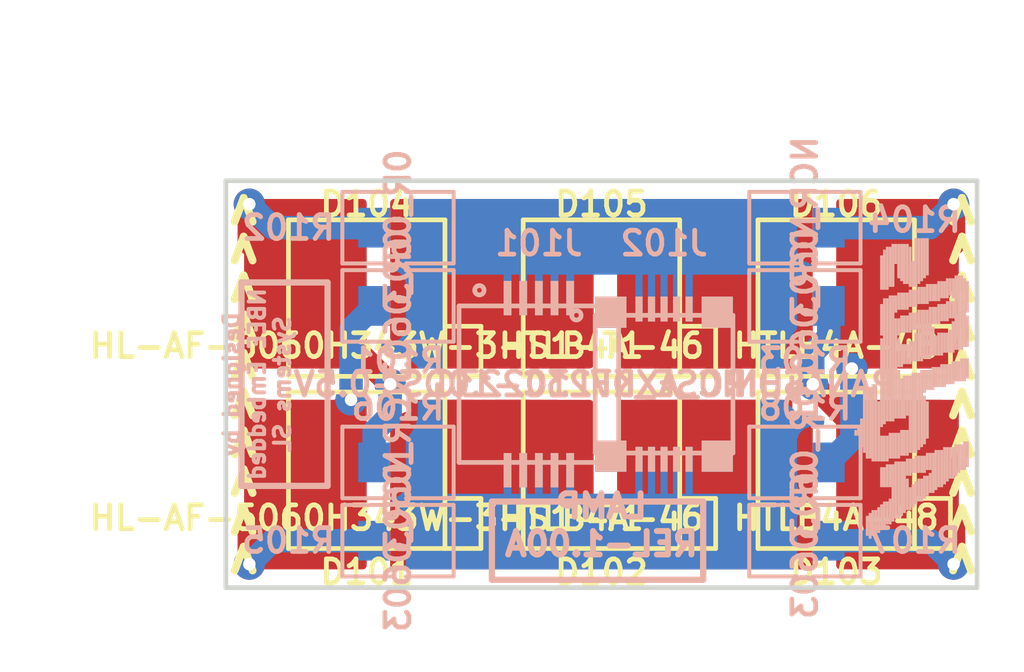
<source format=kicad_pcb>
(kicad_pcb (version 3) (host pcbnew "(2013-04-21 BZR 4107)-testing")

  (general
    (links 62)
    (no_connects 0)
    (area 132.541668 67.425001 169.765475 90)
    (thickness 1.6)
    (drawings 33)
    (tracks 128)
    (zones 0)
    (modules 17)
    (nets 11)
  )

  (page A4)
  (title_block 
    (title "LAMP  ::  led board")
    (rev REL-1.00A)
    (company "NBEE Embedded Systems SL")
    (comment 1 "Designed by: Tomé Veríssimo [tomeverissimo@nbee.es]")
    (comment 2 "Approved by: Miguel Angel Ajo Pelayo [+(34)911407752  ::  miguelangel@nbee.es]")
  )

  (layers
    (15 F.Cu signal)
    (0 B.Cu signal)
    (18 B.Paste user)
    (19 F.Paste user)
    (20 B.SilkS user)
    (21 F.SilkS user)
    (22 B.Mask user)
    (23 F.Mask user)
    (24 Dwgs.User user)
    (28 Edge.Cuts user)
  )

  (setup
    (last_trace_width 0.75)
    (trace_clearance 0.25)
    (zone_clearance 0.508)
    (zone_45_only no)
    (trace_min 0.23)
    (segment_width 0.2)
    (edge_width 0.15)
    (via_size 1)
    (via_drill 0.4)
    (via_min_size 1)
    (via_min_drill 0.4)
    (uvia_size 0.508)
    (uvia_drill 0.127)
    (uvias_allowed no)
    (uvia_min_size 0.508)
    (uvia_min_drill 0.127)
    (pcb_text_width 0.3)
    (pcb_text_size 1 1)
    (mod_edge_width 0.15)
    (mod_text_size 0.762 0.762)
    (mod_text_width 0.1524)
    (pad_size 0.25 1.1)
    (pad_drill 0)
    (pad_to_mask_clearance 0)
    (aux_axis_origin 0 0)
    (visible_elements 7FFEFFFF)
    (pcbplotparams
      (layerselection 301760513)
      (usegerberextensions true)
      (excludeedgelayer true)
      (linewidth 0)
      (plotframeref false)
      (viasonmask false)
      (mode 1)
      (useauxorigin false)
      (hpglpennumber 1)
      (hpglpenspeed 20)
      (hpglpendiameter 15)
      (hpglpenoverlay 2)
      (psnegative false)
      (psa4output false)
      (plotreference true)
      (plotvalue false)
      (plotothertext true)
      (plotinvisibletext false)
      (padsonsilk true)
      (subtractmaskfromsilk false)
      (outputformat 1)
      (mirror false)
      (drillshape 0)
      (scaleselection 1)
      (outputdirectory gerbers/ledboard/))
  )

  (net 0 "")
  (net 1 +12V)
  (net 2 /LED_1)
  (net 3 /LED_2)
  (net 4 /LED_3)
  (net 5 /LED_4)
  (net 6 GND)
  (net 7 N-0000010)
  (net 8 N-000006)
  (net 9 N-000007)
  (net 10 N-000009)

  (net_class Default "This is the default net class."
    (clearance 0.25)
    (trace_width 0.75)
    (via_dia 1)
    (via_drill 0.4)
    (uvia_dia 0.508)
    (uvia_drill 0.127)
    (add_net "")
    (add_net +12V)
    (add_net /LED_1)
    (add_net /LED_2)
    (add_net /LED_3)
    (add_net /LED_4)
    (add_net GND)
    (add_net N-0000010)
    (add_net N-000006)
    (add_net N-000007)
    (add_net N-000009)
  )

  (module HIROSE_DF23C-10DS-0.5V (layer B.Cu) (tedit 51B08D14) (tstamp 51563667)
    (at 150 79.5)
    (descr "PIN HEADER - 2.54 SMD")
    (tags "PIN HEADER - 2.54 SMD")
    (path /51516AC7)
    (attr smd)
    (fp_text reference J101 (at 0 -4.5) (layer B.SilkS)
      (effects (font (size 0.762 0.762) (thickness 0.1524)) (justify mirror))
    )
    (fp_text value HIROSE_DF23C-10DS-0.5V (at 0 0) (layer B.SilkS)
      (effects (font (size 0.762 0.762) (thickness 0.1524)) (justify mirror))
    )
    (fp_circle (center -1.9 -3) (end -1.9 -2.85) (layer B.SilkS) (width 0.15))
    (fp_line (start 2.55 2.5) (end 2.55 -2.5) (layer B.SilkS) (width 0.15))
    (fp_line (start 2.55 -2.5) (end -2.55 -2.5) (layer B.SilkS) (width 0.15))
    (fp_line (start -2.55 -2.5) (end -2.55 2.5) (layer B.SilkS) (width 0.15))
    (fp_line (start -2.55 2.5) (end 2.55 2.5) (layer B.SilkS) (width 0.15))
    (pad 7 smd rect (at 0.5 -2.75) (size 0.25 1.1)
      (layers B.Cu B.Paste B.SilkS B.Mask)
      (net 1 +12V)
      (solder_paste_margin -0.02)
    )
    (pad 9 smd rect (at 1 -2.75) (size 0.25 1.1)
      (layers B.Cu B.Paste B.SilkS B.Mask)
      (net 1 +12V)
      (solder_paste_margin -0.02)
    )
    (pad 5 smd rect (at 0 -2.75) (size 0.25 1.1)
      (layers B.Cu B.Paste B.SilkS B.Mask)
      (net 1 +12V)
      (solder_paste_margin -0.02)
    )
    (pad 3 smd rect (at -0.5 -2.75) (size 0.25 1.1)
      (layers B.Cu B.Paste B.SilkS B.Mask)
      (net 1 +12V)
      (solder_paste_margin -0.02)
    )
    (pad 1 smd rect (at -1 -2.75) (size 0.25 1.1)
      (layers B.Cu B.Paste B.SilkS B.Mask)
      (net 1 +12V)
      (solder_paste_margin -0.02)
    )
    (pad 2 smd rect (at -1 2.75) (size 0.25 1.1)
      (layers B.Cu B.Paste B.SilkS B.Mask)
      (net 6 GND)
      (solder_paste_margin -0.02)
    )
    (pad 4 smd rect (at -0.5 2.75) (size 0.25 1.1)
      (layers B.Cu B.Paste B.SilkS B.Mask)
      (net 6 GND)
      (solder_paste_margin -0.02)
    )
    (pad 6 smd rect (at 0 2.75) (size 0.25 1.1)
      (layers B.Cu B.Paste B.SilkS B.Mask)
      (net 6 GND)
      (solder_paste_margin -0.02)
    )
    (pad 8 smd rect (at 0.5 2.75) (size 0.25 1.1)
      (layers B.Cu B.Paste B.SilkS B.Mask)
      (net 6 GND)
      (solder_paste_margin -0.02)
    )
    (pad 10 smd rect (at 1 2.75) (size 0.25 1.1)
      (layers B.Cu B.Paste B.SilkS B.Mask)
      (net 6 GND)
      (solder_paste_margin -0.02)
    )
  )

  (module PANASONIC_AXK7L10223G (layer B.Cu) (tedit 51B08C57) (tstamp 51B08B1C)
    (at 154 79.5)
    (descr "PIN HEADER - 2.54 SMD")
    (tags "PIN HEADER - 2.54 SMD")
    (path /51562AD3)
    (attr smd)
    (fp_text reference J102 (at 0 -4.5) (layer B.SilkS)
      (effects (font (size 0.762 0.762) (thickness 0.1524)) (justify mirror))
    )
    (fp_text value PANASONIC_AXK7L10223G (at 0 0) (layer B.SilkS)
      (effects (font (size 0.762 0.762) (thickness 0.1524)) (justify mirror))
    )
    (fp_circle (center -2.8 -2.2) (end -2.8 -2.05) (layer B.SilkS) (width 0.15))
    (fp_line (start 2.2 2.2) (end 2.2 -2.2) (layer B.SilkS) (width 0.15))
    (fp_line (start 2.2 -2.2) (end -2.2 -2.2) (layer B.SilkS) (width 0.15))
    (fp_line (start -2.2 -2.2) (end -2.2 2.2) (layer B.SilkS) (width 0.15))
    (fp_line (start -2.2 2.2) (end 2.2 2.2) (layer B.SilkS) (width 0.15))
    (pad 7 smd rect (at 0.4 -2.4) (size 0.23 0.8)
      (layers B.Cu B.Paste B.SilkS B.Mask)
      (net 1 +12V)
      (solder_paste_margin -0.02)
    )
    (pad 9 smd rect (at 0.8 -2.4) (size 0.23 0.8)
      (layers B.Cu B.Paste B.SilkS B.Mask)
      (net 1 +12V)
      (solder_paste_margin -0.02)
    )
    (pad 5 smd rect (at 0 -2.4) (size 0.23 0.8)
      (layers B.Cu B.Paste B.SilkS B.Mask)
      (net 1 +12V)
      (solder_paste_margin -0.02)
    )
    (pad 3 smd rect (at -0.4 -2.4) (size 0.23 0.8)
      (layers B.Cu B.Paste B.SilkS B.Mask)
      (net 1 +12V)
      (solder_paste_margin -0.02)
    )
    (pad 1 smd rect (at -0.8 -2.4) (size 0.23 0.8)
      (layers B.Cu B.Paste B.SilkS B.Mask)
      (net 1 +12V)
      (solder_paste_margin -0.02)
    )
    (pad 2 smd rect (at -0.8 2.4) (size 0.23 0.8)
      (layers B.Cu B.Paste B.SilkS B.Mask)
      (net 6 GND)
      (solder_paste_margin -0.02)
    )
    (pad 4 smd rect (at -0.4 2.4) (size 0.23 0.8)
      (layers B.Cu B.Paste B.SilkS B.Mask)
      (net 6 GND)
      (solder_paste_margin -0.02)
    )
    (pad 6 smd rect (at 0 2.4) (size 0.23 0.8)
      (layers B.Cu B.Paste B.SilkS B.Mask)
      (net 6 GND)
      (solder_paste_margin -0.02)
    )
    (pad 8 smd rect (at 0.4 2.4) (size 0.23 0.8)
      (layers B.Cu B.Paste B.SilkS B.Mask)
      (net 6 GND)
      (solder_paste_margin -0.02)
    )
    (pad 10 smd rect (at 0.8 2.4) (size 0.23 0.8)
      (layers B.Cu B.Paste B.SilkS B.Mask)
      (net 6 GND)
      (solder_paste_margin -0.02)
    )
    (pad M1 smd rect (at -1.7 -2.3) (size 1 1)
      (layers B.Cu B.Paste B.SilkS B.Mask)
      (solder_paste_margin -0.1)
    )
    (pad M2 smd rect (at -1.7 2.3) (size 1 1)
      (layers B.Cu B.Paste B.SilkS B.Mask)
      (solder_paste_margin -0.1)
    )
    (pad M3 smd rect (at 1.7 -2.3) (size 1 1)
      (layers B.Cu B.Paste B.SilkS B.Mask)
      (solder_paste_margin -0.1)
    )
    (pad M4 smd rect (at 1.7 2.3) (size 1 1)
      (layers B.Cu B.Paste B.SilkS B.Mask)
      (solder_paste_margin -0.1)
    )
  )

  (module LED-SMD-6 (layer F.Cu) (tedit 5151E648) (tstamp 51563679)
    (at 144.5 82.25)
    (descr "LED 1206 smd package")
    (tags "LED led 1206 SMD smd SMT smt smdled SMDLED smtled SMTLED")
    (path /514F87D2)
    (attr smd)
    (fp_text reference D101 (at 0 3.25) (layer F.SilkS)
      (effects (font (size 0.762 0.762) (thickness 0.1524)))
    )
    (fp_text value HL-AF-5060H343W-3-S1-T1 (at 0 1.524) (layer F.SilkS)
      (effects (font (size 0.762 0.762) (thickness 0.1524)))
    )
    (fp_line (start 2.5 0.9) (end 3.65 0.9) (layer F.SilkS) (width 0.15))
    (fp_line (start 3.65 0.9) (end 3.65 2.5) (layer F.SilkS) (width 0.15))
    (fp_line (start 3.65 2.5) (end 2.5 2.5) (layer F.SilkS) (width 0.15))
    (fp_line (start -2.5 2.5) (end 2.5 2.5) (layer F.SilkS) (width 0.15))
    (fp_line (start 2.5 2.5) (end 2.5 -2.5) (layer F.SilkS) (width 0.15))
    (fp_line (start 2.5 -2.5) (end -2.5 -2.5) (layer F.SilkS) (width 0.15))
    (fp_line (start -2.5 -2.5) (end -2.5 2.5) (layer F.SilkS) (width 0.15))
    (pad 1 smd rect (at 2.4 1.75) (size 2 1)
      (layers F.Cu F.Paste F.Mask)
      (net 8 N-000006)
    )
    (pad 2 smd rect (at 2.4 0) (size 2 1)
      (layers F.Cu F.Paste F.Mask)
      (net 8 N-000006)
    )
    (pad 3 smd rect (at 2.4 -1.75) (size 2 1)
      (layers F.Cu F.Paste F.Mask)
      (net 8 N-000006)
    )
    (pad 4 smd rect (at -2.4 -1.75) (size 2 1)
      (layers F.Cu F.Paste F.Mask)
      (net 2 /LED_1)
    )
    (pad 5 smd rect (at -2.4 0) (size 2 1)
      (layers F.Cu F.Paste F.Mask)
      (net 2 /LED_1)
    )
    (pad 6 smd rect (at -2.4 1.75) (size 2 1)
      (layers F.Cu F.Paste F.Mask)
      (net 2 /LED_1)
    )
  )

  (module LED-SMD-6 (layer F.Cu) (tedit 5151E64B) (tstamp 51563653)
    (at 152 82.25)
    (descr "LED 1206 smd package")
    (tags "LED led 1206 SMD smd SMT smt smdled SMDLED smtled SMTLED")
    (path /514F87E5)
    (attr smd)
    (fp_text reference D102 (at 0 3.25) (layer F.SilkS)
      (effects (font (size 0.762 0.762) (thickness 0.1524)))
    )
    (fp_text value HTLB4A-46 (at 0 1.524) (layer F.SilkS)
      (effects (font (size 0.762 0.762) (thickness 0.1524)))
    )
    (fp_line (start 2.5 0.9) (end 3.65 0.9) (layer F.SilkS) (width 0.15))
    (fp_line (start 3.65 0.9) (end 3.65 2.5) (layer F.SilkS) (width 0.15))
    (fp_line (start 3.65 2.5) (end 2.5 2.5) (layer F.SilkS) (width 0.15))
    (fp_line (start -2.5 2.5) (end 2.5 2.5) (layer F.SilkS) (width 0.15))
    (fp_line (start 2.5 2.5) (end 2.5 -2.5) (layer F.SilkS) (width 0.15))
    (fp_line (start 2.5 -2.5) (end -2.5 -2.5) (layer F.SilkS) (width 0.15))
    (fp_line (start -2.5 -2.5) (end -2.5 2.5) (layer F.SilkS) (width 0.15))
    (pad 1 smd rect (at 2.4 1.75) (size 2 1)
      (layers F.Cu F.Paste F.Mask)
      (net 10 N-000009)
    )
    (pad 2 smd rect (at 2.4 0) (size 2 1)
      (layers F.Cu F.Paste F.Mask)
      (net 10 N-000009)
    )
    (pad 3 smd rect (at 2.4 -1.75) (size 2 1)
      (layers F.Cu F.Paste F.Mask)
      (net 10 N-000009)
    )
    (pad 4 smd rect (at -2.4 -1.75) (size 2 1)
      (layers F.Cu F.Paste F.Mask)
      (net 8 N-000006)
    )
    (pad 5 smd rect (at -2.4 0) (size 2 1)
      (layers F.Cu F.Paste F.Mask)
      (net 8 N-000006)
    )
    (pad 6 smd rect (at -2.4 1.75) (size 2 1)
      (layers F.Cu F.Paste F.Mask)
      (net 8 N-000006)
    )
  )

  (module LED-SMD-6 (layer F.Cu) (tedit 5151E64D) (tstamp 51563562)
    (at 159.5 82.25)
    (descr "LED 1206 smd package")
    (tags "LED led 1206 SMD smd SMT smt smdled SMDLED smtled SMTLED")
    (path /514F87F2)
    (attr smd)
    (fp_text reference D103 (at 0 3.25) (layer F.SilkS)
      (effects (font (size 0.762 0.762) (thickness 0.1524)))
    )
    (fp_text value HTLB4A-48 (at 0 1.524) (layer F.SilkS)
      (effects (font (size 0.762 0.762) (thickness 0.1524)))
    )
    (fp_line (start 2.5 0.9) (end 3.65 0.9) (layer F.SilkS) (width 0.15))
    (fp_line (start 3.65 0.9) (end 3.65 2.5) (layer F.SilkS) (width 0.15))
    (fp_line (start 3.65 2.5) (end 2.5 2.5) (layer F.SilkS) (width 0.15))
    (fp_line (start -2.5 2.5) (end 2.5 2.5) (layer F.SilkS) (width 0.15))
    (fp_line (start 2.5 2.5) (end 2.5 -2.5) (layer F.SilkS) (width 0.15))
    (fp_line (start 2.5 -2.5) (end -2.5 -2.5) (layer F.SilkS) (width 0.15))
    (fp_line (start -2.5 -2.5) (end -2.5 2.5) (layer F.SilkS) (width 0.15))
    (pad 1 smd rect (at 2.4 1.75) (size 2 1)
      (layers F.Cu F.Paste F.Mask)
      (net 4 /LED_3)
    )
    (pad 2 smd rect (at 2.4 0) (size 2 1)
      (layers F.Cu F.Paste F.Mask)
      (net 4 /LED_3)
    )
    (pad 3 smd rect (at 2.4 -1.75) (size 2 1)
      (layers F.Cu F.Paste F.Mask)
      (net 4 /LED_3)
    )
    (pad 4 smd rect (at -2.4 -1.75) (size 2 1)
      (layers F.Cu F.Paste F.Mask)
      (net 10 N-000009)
    )
    (pad 5 smd rect (at -2.4 0) (size 2 1)
      (layers F.Cu F.Paste F.Mask)
      (net 10 N-000009)
    )
    (pad 6 smd rect (at -2.4 1.75) (size 2 1)
      (layers F.Cu F.Paste F.Mask)
      (net 10 N-000009)
    )
  )

  (module LED-SMD-6 (layer F.Cu) (tedit 5151E650) (tstamp 5156368B)
    (at 144.5 76.75)
    (descr "LED 1206 smd package")
    (tags "LED led 1206 SMD smd SMT smt smdled SMDLED smtled SMTLED")
    (path /514F89DC)
    (attr smd)
    (fp_text reference D104 (at 0 -3) (layer F.SilkS)
      (effects (font (size 0.762 0.762) (thickness 0.1524)))
    )
    (fp_text value HL-AF-5060H343W-3-S1-T1 (at 0 1.524) (layer F.SilkS)
      (effects (font (size 0.762 0.762) (thickness 0.1524)))
    )
    (fp_line (start 2.5 0.9) (end 3.65 0.9) (layer F.SilkS) (width 0.15))
    (fp_line (start 3.65 0.9) (end 3.65 2.5) (layer F.SilkS) (width 0.15))
    (fp_line (start 3.65 2.5) (end 2.5 2.5) (layer F.SilkS) (width 0.15))
    (fp_line (start -2.5 2.5) (end 2.5 2.5) (layer F.SilkS) (width 0.15))
    (fp_line (start 2.5 2.5) (end 2.5 -2.5) (layer F.SilkS) (width 0.15))
    (fp_line (start 2.5 -2.5) (end -2.5 -2.5) (layer F.SilkS) (width 0.15))
    (fp_line (start -2.5 -2.5) (end -2.5 2.5) (layer F.SilkS) (width 0.15))
    (pad 1 smd rect (at 2.4 1.75) (size 2 1)
      (layers F.Cu F.Paste F.Mask)
      (net 7 N-0000010)
    )
    (pad 2 smd rect (at 2.4 0) (size 2 1)
      (layers F.Cu F.Paste F.Mask)
      (net 7 N-0000010)
    )
    (pad 3 smd rect (at 2.4 -1.75) (size 2 1)
      (layers F.Cu F.Paste F.Mask)
      (net 7 N-0000010)
    )
    (pad 4 smd rect (at -2.4 -1.75) (size 2 1)
      (layers F.Cu F.Paste F.Mask)
      (net 3 /LED_2)
    )
    (pad 5 smd rect (at -2.4 0) (size 2 1)
      (layers F.Cu F.Paste F.Mask)
      (net 3 /LED_2)
    )
    (pad 6 smd rect (at -2.4 1.75) (size 2 1)
      (layers F.Cu F.Paste F.Mask)
      (net 3 /LED_2)
    )
  )

  (module LED-SMD-6 (layer F.Cu) (tedit 5151E651) (tstamp 51563641)
    (at 152 76.75)
    (descr "LED 1206 smd package")
    (tags "LED led 1206 SMD smd SMT smt smdled SMDLED smtled SMTLED")
    (path /514F89E9)
    (attr smd)
    (fp_text reference D105 (at 0 -3) (layer F.SilkS)
      (effects (font (size 0.762 0.762) (thickness 0.1524)))
    )
    (fp_text value HTLB4A-46 (at 0 1.524) (layer F.SilkS)
      (effects (font (size 0.762 0.762) (thickness 0.1524)))
    )
    (fp_line (start 2.5 0.9) (end 3.65 0.9) (layer F.SilkS) (width 0.15))
    (fp_line (start 3.65 0.9) (end 3.65 2.5) (layer F.SilkS) (width 0.15))
    (fp_line (start 3.65 2.5) (end 2.5 2.5) (layer F.SilkS) (width 0.15))
    (fp_line (start -2.5 2.5) (end 2.5 2.5) (layer F.SilkS) (width 0.15))
    (fp_line (start 2.5 2.5) (end 2.5 -2.5) (layer F.SilkS) (width 0.15))
    (fp_line (start 2.5 -2.5) (end -2.5 -2.5) (layer F.SilkS) (width 0.15))
    (fp_line (start -2.5 -2.5) (end -2.5 2.5) (layer F.SilkS) (width 0.15))
    (pad 1 smd rect (at 2.4 1.75) (size 2 1)
      (layers F.Cu F.Paste F.Mask)
      (net 9 N-000007)
    )
    (pad 2 smd rect (at 2.4 0) (size 2 1)
      (layers F.Cu F.Paste F.Mask)
      (net 9 N-000007)
    )
    (pad 3 smd rect (at 2.4 -1.75) (size 2 1)
      (layers F.Cu F.Paste F.Mask)
      (net 9 N-000007)
    )
    (pad 4 smd rect (at -2.4 -1.75) (size 2 1)
      (layers F.Cu F.Paste F.Mask)
      (net 7 N-0000010)
    )
    (pad 5 smd rect (at -2.4 0) (size 2 1)
      (layers F.Cu F.Paste F.Mask)
      (net 7 N-0000010)
    )
    (pad 6 smd rect (at -2.4 1.75) (size 2 1)
      (layers F.Cu F.Paste F.Mask)
      (net 7 N-0000010)
    )
  )

  (module LED-SMD-6 (layer F.Cu) (tedit 5151E654) (tstamp 51563574)
    (at 159.5 76.75)
    (descr "LED 1206 smd package")
    (tags "LED led 1206 SMD smd SMT smt smdled SMDLED smtled SMTLED")
    (path /514F89F6)
    (attr smd)
    (fp_text reference D106 (at 0 -3) (layer F.SilkS)
      (effects (font (size 0.762 0.762) (thickness 0.1524)))
    )
    (fp_text value HTLB4A-48 (at 0 1.524) (layer F.SilkS)
      (effects (font (size 0.762 0.762) (thickness 0.1524)))
    )
    (fp_line (start 2.5 0.9) (end 3.65 0.9) (layer F.SilkS) (width 0.15))
    (fp_line (start 3.65 0.9) (end 3.65 2.5) (layer F.SilkS) (width 0.15))
    (fp_line (start 3.65 2.5) (end 2.5 2.5) (layer F.SilkS) (width 0.15))
    (fp_line (start -2.5 2.5) (end 2.5 2.5) (layer F.SilkS) (width 0.15))
    (fp_line (start 2.5 2.5) (end 2.5 -2.5) (layer F.SilkS) (width 0.15))
    (fp_line (start 2.5 -2.5) (end -2.5 -2.5) (layer F.SilkS) (width 0.15))
    (fp_line (start -2.5 -2.5) (end -2.5 2.5) (layer F.SilkS) (width 0.15))
    (pad 1 smd rect (at 2.4 1.75) (size 2 1)
      (layers F.Cu F.Paste F.Mask)
      (net 5 /LED_4)
    )
    (pad 2 smd rect (at 2.4 0) (size 2 1)
      (layers F.Cu F.Paste F.Mask)
      (net 5 /LED_4)
    )
    (pad 3 smd rect (at 2.4 -1.75) (size 2 1)
      (layers F.Cu F.Paste F.Mask)
      (net 5 /LED_4)
    )
    (pad 4 smd rect (at -2.4 -1.75) (size 2 1)
      (layers F.Cu F.Paste F.Mask)
      (net 9 N-000007)
    )
    (pad 5 smd rect (at -2.4 0) (size 2 1)
      (layers F.Cu F.Paste F.Mask)
      (net 9 N-000007)
    )
    (pad 6 smd rect (at -2.4 1.75) (size 2 1)
      (layers F.Cu F.Paste F.Mask)
      (net 9 N-000007)
    )
  )

  (module AQLEDS_LOGO (layer B.Cu) (tedit 51536612) (tstamp 5156362F)
    (at 162 79.5 90)
    (path /5151FC6D)
    (attr virtual)
    (fp_text reference Z101 (at 0 0 90) (layer B.SilkS) hide
      (effects (font (size 0.762 0.762) (thickness 0.1524)) (justify mirror))
    )
    (fp_text value AQLEDS_LOGO (at 0 -1.524 90) (layer B.SilkS) hide
      (effects (font (size 0.762 0.762) (thickness 0.1524)) (justify mirror))
    )
    (pad "" connect rect (at -2.24028 1.69164 90) (size 0.82296 0.09144)
      (layers B.SilkS)
      (clearance 0.0254)
    )
    (pad "" connect rect (at 0.50292 1.69164 90) (size 0.64008 0.09144)
      (layers B.SilkS)
      (clearance 0.0254)
    )
    (pad "" connect rect (at 1.69164 1.69164 90) (size 1.00584 0.09144)
      (layers B.SilkS)
      (clearance 0.0254)
    )
    (pad "" connect rect (at 2.78892 1.69164 90) (size 1.00584 0.09144)
      (layers B.SilkS)
      (clearance 0.0254)
    )
    (pad "" connect rect (at -2.286 1.6002 90) (size 0.9144 0.09144)
      (layers B.SilkS)
      (clearance 0.0254)
    )
    (pad "" connect rect (at 0.4572 1.6002 90) (size 0.73152 0.09144)
      (layers B.SilkS)
      (clearance 0.0254)
    )
    (pad "" connect rect (at 2.286 1.6002 90) (size 2.19456 0.09144)
      (layers B.SilkS)
      (clearance 0.0254)
    )
    (pad "" connect rect (at -2.33172 1.50876 90) (size 0.82296 0.09144)
      (layers B.SilkS)
      (clearance 0.0254)
    )
    (pad "" connect rect (at 0.4572 1.50876 90) (size 0.73152 0.09144)
      (layers B.SilkS)
      (clearance 0.0254)
    )
    (pad "" connect rect (at 2.286 1.50876 90) (size 2.37744 0.09144)
      (layers B.SilkS)
      (clearance 0.0254)
    )
    (pad "" connect rect (at -2.37744 1.41732 90) (size 0.9144 0.09144)
      (layers B.SilkS)
      (clearance 0.0254)
    )
    (pad "" connect rect (at 0.41148 1.41732 90) (size 0.64008 0.09144)
      (layers B.SilkS)
      (clearance 0.0254)
    )
    (pad "" connect rect (at 2.286 1.41732 90) (size 2.37744 0.09144)
      (layers B.SilkS)
      (clearance 0.0254)
    )
    (pad "" connect rect (at -2.42316 1.32588 90) (size 1.00584 0.09144)
      (layers B.SilkS)
      (clearance 0.0254)
    )
    (pad "" connect rect (at 0.41148 1.32588 90) (size 0.64008 0.09144)
      (layers B.SilkS)
      (clearance 0.0254)
    )
    (pad "" connect rect (at 2.286 1.32588 90) (size 2.37744 0.09144)
      (layers B.SilkS)
      (clearance 0.0254)
    )
    (pad "" connect rect (at -2.5146 1.23444 90) (size 1.00584 0.09144)
      (layers B.SilkS)
      (clearance 0.0254)
    )
    (pad "" connect rect (at 0.36576 1.23444 90) (size 0.73152 0.09144)
      (layers B.SilkS)
      (clearance 0.0254)
    )
    (pad "" connect rect (at 1.50876 1.23444 90) (size 1.00584 0.09144)
      (layers B.SilkS)
      (clearance 0.0254)
    )
    (pad "" connect rect (at 2.37744 1.23444 90) (size 0.54864 0.09144)
      (layers B.SilkS)
      (clearance 0.0254)
    )
    (pad "" connect rect (at 3.06324 1.23444 90) (size 0.64008 0.09144)
      (layers B.SilkS)
      (clearance 0.0254)
    )
    (pad "" connect rect (at -2.5146 1.143 90) (size 1.00584 0.09144)
      (layers B.SilkS)
      (clearance 0.0254)
    )
    (pad "" connect rect (at 0.32004 1.143 90) (size 0.64008 0.09144)
      (layers B.SilkS)
      (clearance 0.0254)
    )
    (pad "" connect rect (at 1.3716 1.143 90) (size 0.73152 0.09144)
      (layers B.SilkS)
      (clearance 0.0254)
    )
    (pad "" connect rect (at 2.37744 1.143 90) (size 0.54864 0.09144)
      (layers B.SilkS)
      (clearance 0.0254)
    )
    (pad "" connect rect (at 3.10896 1.143 90) (size 0.54864 0.09144)
      (layers B.SilkS)
      (clearance 0.0254)
    )
    (pad "" connect rect (at -2.56032 1.05156 90) (size 1.09728 0.09144)
      (layers B.SilkS)
      (clearance 0.0254)
    )
    (pad "" connect rect (at 0.32004 1.05156 90) (size 0.64008 0.09144)
      (layers B.SilkS)
      (clearance 0.0254)
    )
    (pad "" connect rect (at 1.32588 1.05156 90) (size 0.64008 0.09144)
      (layers B.SilkS)
      (clearance 0.0254)
    )
    (pad "" connect rect (at 2.33172 1.05156 90) (size 0.64008 0.09144)
      (layers B.SilkS)
      (clearance 0.0254)
    )
    (pad "" connect rect (at 3.06324 1.05156 90) (size 0.64008 0.09144)
      (layers B.SilkS)
      (clearance 0.0254)
    )
    (pad "" connect rect (at -2.60604 0.96012 90) (size 1.18872 0.09144)
      (layers B.SilkS)
      (clearance 0.0254)
    )
    (pad "" connect rect (at 0.27432 0.96012 90) (size 0.73152 0.09144)
      (layers B.SilkS)
      (clearance 0.0254)
    )
    (pad "" connect rect (at 1.32588 0.96012 90) (size 0.64008 0.09144)
      (layers B.SilkS)
      (clearance 0.0254)
    )
    (pad "" connect rect (at 2.286 0.96012 90) (size 0.54864 0.09144)
      (layers B.SilkS)
      (clearance 0.0254)
    )
    (pad "" connect rect (at 3.01752 0.96012 90) (size 0.54864 0.09144)
      (layers B.SilkS)
      (clearance 0.0254)
    )
    (pad "" connect rect (at -2.69748 0.86868 90) (size 1.18872 0.09144)
      (layers B.SilkS)
      (clearance 0.0254)
    )
    (pad "" connect rect (at 0.27432 0.86868 90) (size 0.73152 0.09144)
      (layers B.SilkS)
      (clearance 0.0254)
    )
    (pad "" connect rect (at 1.28016 0.86868 90) (size 0.73152 0.09144)
      (layers B.SilkS)
      (clearance 0.0254)
    )
    (pad "" connect rect (at 2.286 0.86868 90) (size 0.54864 0.09144)
      (layers B.SilkS)
      (clearance 0.0254)
    )
    (pad "" connect rect (at 3.01752 0.86868 90) (size 0.54864 0.09144)
      (layers B.SilkS)
      (clearance 0.0254)
    )
    (pad "" connect rect (at -2.69748 0.77724 90) (size 1.18872 0.09144)
      (layers B.SilkS)
      (clearance 0.0254)
    )
    (pad "" connect rect (at 0.2286 0.77724 90) (size 0.64008 0.09144)
      (layers B.SilkS)
      (clearance 0.0254)
    )
    (pad "" connect rect (at 1.28016 0.77724 90) (size 0.73152 0.09144)
      (layers B.SilkS)
      (clearance 0.0254)
    )
    (pad "" connect rect (at 2.24028 0.77724 90) (size 0.64008 0.09144)
      (layers B.SilkS)
      (clearance 0.0254)
    )
    (pad "" connect rect (at 2.9718 0.77724 90) (size 0.64008 0.09144)
      (layers B.SilkS)
      (clearance 0.0254)
    )
    (pad "" connect rect (at -2.7432 0.6858 90) (size 1.28016 0.09144)
      (layers B.SilkS)
      (clearance 0.0254)
    )
    (pad "" connect rect (at 0.2286 0.6858 90) (size 0.64008 0.09144)
      (layers B.SilkS)
      (clearance 0.0254)
    )
    (pad "" connect rect (at 1.23444 0.6858 90) (size 0.64008 0.09144)
      (layers B.SilkS)
      (clearance 0.0254)
    )
    (pad "" connect rect (at 2.19456 0.6858 90) (size 0.54864 0.09144)
      (layers B.SilkS)
      (clearance 0.0254)
    )
    (pad "" connect rect (at 2.92608 0.6858 90) (size 0.54864 0.09144)
      (layers B.SilkS)
      (clearance 0.0254)
    )
    (pad "" connect rect (at -2.83464 0.59436 90) (size 1.28016 0.09144)
      (layers B.SilkS)
      (clearance 0.0254)
    )
    (pad "" connect rect (at 0.18288 0.59436 90) (size 0.73152 0.09144)
      (layers B.SilkS)
      (clearance 0.0254)
    )
    (pad "" connect rect (at 1.3716 0.59436 90) (size 0.9144 0.09144)
      (layers B.SilkS)
      (clearance 0.0254)
    )
    (pad "" connect rect (at 2.19456 0.59436 90) (size 0.54864 0.09144)
      (layers B.SilkS)
      (clearance 0.0254)
    )
    (pad "" connect rect (at 2.92608 0.59436 90) (size 0.54864 0.09144)
      (layers B.SilkS)
      (clearance 0.0254)
    )
    (pad "" connect rect (at -3.15468 0.50292 90) (size 0.64008 0.09144)
      (layers B.SilkS)
      (clearance 0.0254)
    )
    (pad "" connect rect (at -2.46888 0.50292 90) (size 0.54864 0.09144)
      (layers B.SilkS)
      (clearance 0.0254)
    )
    (pad "" connect rect (at 0.13716 0.50292 90) (size 0.64008 0.09144)
      (layers B.SilkS)
      (clearance 0.0254)
    )
    (pad "" connect rect (at 1.64592 0.50292 90) (size 1.64592 0.09144)
      (layers B.SilkS)
      (clearance 0.0254)
    )
    (pad "" connect rect (at 2.92608 0.50292 90) (size 0.54864 0.09144)
      (layers B.SilkS)
      (clearance 0.0254)
    )
    (pad "" connect rect (at -3.24612 0.41148 90) (size 0.64008 0.09144)
      (layers B.SilkS)
      (clearance 0.0254)
    )
    (pad "" connect rect (at -2.46888 0.41148 90) (size 0.54864 0.09144)
      (layers B.SilkS)
      (clearance 0.0254)
    )
    (pad "" connect rect (at -1.143 0.41148 90) (size 1.18872 0.09144)
      (layers B.SilkS)
      (clearance 0.0254)
    )
    (pad "" connect rect (at 0.13716 0.41148 90) (size 0.64008 0.09144)
      (layers B.SilkS)
      (clearance 0.0254)
    )
    (pad "" connect rect (at 1.6002 0.41148 90) (size 1.55448 0.09144)
      (layers B.SilkS)
      (clearance 0.0254)
    )
    (pad "" connect rect (at 2.88036 0.41148 90) (size 0.64008 0.09144)
      (layers B.SilkS)
      (clearance 0.0254)
    )
    (pad "" connect rect (at 4.06908 0.41148 90) (size 1.18872 0.09144)
      (layers B.SilkS)
      (clearance 0.0254)
    )
    (pad "" connect rect (at -3.29184 0.32004 90) (size 0.73152 0.09144)
      (layers B.SilkS)
      (clearance 0.0254)
    )
    (pad "" connect rect (at -2.56032 0.32004 90) (size 0.54864 0.09144)
      (layers B.SilkS)
      (clearance 0.0254)
    )
    (pad "" connect rect (at -1.143 0.32004 90) (size 1.55448 0.09144)
      (layers B.SilkS)
      (clearance 0.0254)
    )
    (pad "" connect rect (at 0.09144 0.32004 90) (size 0.73152 0.09144)
      (layers B.SilkS)
      (clearance 0.0254)
    )
    (pad "" connect rect (at 1.6002 0.32004 90) (size 1.55448 0.09144)
      (layers B.SilkS)
      (clearance 0.0254)
    )
    (pad "" connect rect (at 2.83464 0.32004 90) (size 0.54864 0.09144)
      (layers B.SilkS)
      (clearance 0.0254)
    )
    (pad "" connect rect (at 4.02336 0.32004 90) (size 1.28016 0.09144)
      (layers B.SilkS)
      (clearance 0.0254)
    )
    (pad "" connect rect (at -3.38328 0.2286 90) (size 0.73152 0.09144)
      (layers B.SilkS)
      (clearance 0.0254)
    )
    (pad "" connect rect (at -2.56032 0.2286 90) (size 0.54864 0.09144)
      (layers B.SilkS)
      (clearance 0.0254)
    )
    (pad "" connect rect (at -0.77724 0.2286 90) (size 2.46888 0.09144)
      (layers B.SilkS)
      (clearance 0.0254)
    )
    (pad "" connect rect (at 1.55448 0.2286 90) (size 1.64592 0.09144)
      (layers B.SilkS)
      (clearance 0.0254)
    )
    (pad "" connect rect (at 2.83464 0.2286 90) (size 0.54864 0.09144)
      (layers B.SilkS)
      (clearance 0.0254)
    )
    (pad "" connect rect (at 3.97764 0.2286 90) (size 1.3716 0.09144)
      (layers B.SilkS)
      (clearance 0.0254)
    )
    (pad "" connect rect (at -3.38328 0.13716 90) (size 0.73152 0.09144)
      (layers B.SilkS)
      (clearance 0.0254)
    )
    (pad "" connect rect (at -2.56032 0.13716 90) (size 0.54864 0.09144)
      (layers B.SilkS)
      (clearance 0.0254)
    )
    (pad "" connect rect (at -0.86868 0.13716 90) (size 2.46888 0.09144)
      (layers B.SilkS)
      (clearance 0.0254)
    )
    (pad "" connect rect (at 1.55448 0.13716 90) (size 1.64592 0.09144)
      (layers B.SilkS)
      (clearance 0.0254)
    )
    (pad "" connect rect (at 2.83464 0.13716 90) (size 0.54864 0.09144)
      (layers B.SilkS)
      (clearance 0.0254)
    )
    (pad "" connect rect (at 3.93192 0.13716 90) (size 1.46304 0.09144)
      (layers B.SilkS)
      (clearance 0.0254)
    )
    (pad "" connect rect (at -3.47472 0.04572 90) (size 0.73152 0.09144)
      (layers B.SilkS)
      (clearance 0.0254)
    )
    (pad "" connect rect (at -2.56032 0.04572 90) (size 0.54864 0.09144)
      (layers B.SilkS)
      (clearance 0.0254)
    )
    (pad "" connect rect (at -0.9144 0.04572 90) (size 2.56032 0.09144)
      (layers B.SilkS)
      (clearance 0.0254)
    )
    (pad "" connect rect (at 1.18872 0.04572 90) (size 0.9144 0.09144)
      (layers B.SilkS)
      (clearance 0.0254)
    )
    (pad "" connect rect (at 2.01168 0.04572 90) (size 0.54864 0.09144)
      (layers B.SilkS)
      (clearance 0.0254)
    )
    (pad "" connect rect (at 2.7432 0.04572 90) (size 0.54864 0.09144)
      (layers B.SilkS)
      (clearance 0.0254)
    )
    (pad "" connect rect (at 3.8862 0.04572 90) (size 1.55448 0.09144)
      (layers B.SilkS)
      (clearance 0.0254)
    )
    (pad "" connect rect (at -3.56616 -0.04572 90) (size 0.73152 0.09144)
      (layers B.SilkS)
      (clearance 0.0254)
    )
    (pad "" connect rect (at -2.60604 -0.04572 90) (size 0.4572 0.09144)
      (layers B.SilkS)
      (clearance 0.0254)
    )
    (pad "" connect rect (at -0.9144 -0.04572 90) (size 2.56032 0.09144)
      (layers B.SilkS)
      (clearance 0.0254)
    )
    (pad "" connect rect (at 1.05156 -0.04572 90) (size 0.64008 0.09144)
      (layers B.SilkS)
      (clearance 0.0254)
    )
    (pad "" connect rect (at 2.01168 -0.04572 90) (size 0.54864 0.09144)
      (layers B.SilkS)
      (clearance 0.0254)
    )
    (pad "" connect rect (at 2.7432 -0.04572 90) (size 0.54864 0.09144)
      (layers B.SilkS)
      (clearance 0.0254)
    )
    (pad "" connect rect (at 3.52044 -0.04572 90) (size 0.82296 0.09144)
      (layers B.SilkS)
      (clearance 0.0254)
    )
    (pad "" connect rect (at -3.6576 -0.13716 90) (size 0.73152 0.09144)
      (layers B.SilkS)
      (clearance 0.0254)
    )
    (pad "" connect rect (at -2.65176 -0.13716 90) (size 0.54864 0.09144)
      (layers B.SilkS)
      (clearance 0.0254)
    )
    (pad "" connect rect (at -0.96012 -0.13716 90) (size 2.46888 0.09144)
      (layers B.SilkS)
      (clearance 0.0254)
    )
    (pad "" connect rect (at 1.00584 -0.13716 90) (size 0.73152 0.09144)
      (layers B.SilkS)
      (clearance 0.0254)
    )
    (pad "" connect rect (at 1.96596 -0.13716 90) (size 0.64008 0.09144)
      (layers B.SilkS)
      (clearance 0.0254)
    )
    (pad "" connect rect (at 2.7432 -0.13716 90) (size 0.54864 0.09144)
      (layers B.SilkS)
      (clearance 0.0254)
    )
    (pad "" connect rect (at 3.74904 -0.13716 90) (size 1.28016 0.09144)
      (layers B.SilkS)
      (clearance 0.0254)
    )
    (pad "" connect rect (at -3.52044 -0.2286 90) (size 1.00584 0.09144)
      (layers B.SilkS)
      (clearance 0.0254)
    )
    (pad "" connect rect (at -2.65176 -0.2286 90) (size 0.54864 0.09144)
      (layers B.SilkS)
      (clearance 0.0254)
    )
    (pad "" connect rect (at -1.87452 -0.2286 90) (size 0.82296 0.09144)
      (layers B.SilkS)
      (clearance 0.0254)
    )
    (pad "" connect rect (at -0.36576 -0.2286 90) (size 1.28016 0.09144)
      (layers B.SilkS)
      (clearance 0.0254)
    )
    (pad "" connect rect (at 0.96012 -0.2286 90) (size 0.64008 0.09144)
      (layers B.SilkS)
      (clearance 0.0254)
    )
    (pad "" connect rect (at 1.92024 -0.2286 90) (size 0.54864 0.09144)
      (layers B.SilkS)
      (clearance 0.0254)
    )
    (pad "" connect rect (at 2.65176 -0.2286 90) (size 0.54864 0.09144)
      (layers B.SilkS)
      (clearance 0.0254)
    )
    (pad "" connect rect (at 3.84048 -0.2286 90) (size 1.28016 0.09144)
      (layers B.SilkS)
      (clearance 0.0254)
    )
    (pad "" connect rect (at -3.29184 -0.32004 90) (size 1.64592 0.09144)
      (layers B.SilkS)
      (clearance 0.0254)
    )
    (pad "" connect rect (at -1.87452 -0.32004 90) (size 0.82296 0.09144)
      (layers B.SilkS)
      (clearance 0.0254)
    )
    (pad "" connect rect (at -0.41148 -0.32004 90) (size 1.3716 0.09144)
      (layers B.SilkS)
      (clearance 0.0254)
    )
    (pad "" connect rect (at 0.96012 -0.32004 90) (size 0.64008 0.09144)
      (layers B.SilkS)
      (clearance 0.0254)
    )
    (pad "" connect rect (at 1.92024 -0.32004 90) (size 0.54864 0.09144)
      (layers B.SilkS)
      (clearance 0.0254)
    )
    (pad "" connect rect (at 2.65176 -0.32004 90) (size 0.54864 0.09144)
      (layers B.SilkS)
      (clearance 0.0254)
    )
    (pad "" connect rect (at 3.84048 -0.32004 90) (size 1.28016 0.09144)
      (layers B.SilkS)
      (clearance 0.0254)
    )
    (pad "" connect rect (at -3.33756 -0.41148 90) (size 1.73736 0.09144)
      (layers B.SilkS)
      (clearance 0.0254)
    )
    (pad "" connect rect (at -1.87452 -0.41148 90) (size 0.82296 0.09144)
      (layers B.SilkS)
      (clearance 0.0254)
    )
    (pad "" connect rect (at -0.4572 -0.41148 90) (size 1.28016 0.09144)
      (layers B.SilkS)
      (clearance 0.0254)
    )
    (pad "" connect rect (at 0.9144 -0.41148 90) (size 0.73152 0.09144)
      (layers B.SilkS)
      (clearance 0.0254)
    )
    (pad "" connect rect (at 1.92024 -0.41148 90) (size 0.54864 0.09144)
      (layers B.SilkS)
      (clearance 0.0254)
    )
    (pad "" connect rect (at 2.65176 -0.41148 90) (size 0.54864 0.09144)
      (layers B.SilkS)
      (clearance 0.0254)
    )
    (pad "" connect rect (at 3.8862 -0.41148 90) (size 1.18872 0.09144)
      (layers B.SilkS)
      (clearance 0.0254)
    )
    (pad "" connect rect (at -3.38328 -0.50292 90) (size 1.8288 0.09144)
      (layers B.SilkS)
      (clearance 0.0254)
    )
    (pad "" connect rect (at -1.96596 -0.50292 90) (size 0.82296 0.09144)
      (layers B.SilkS)
      (clearance 0.0254)
    )
    (pad "" connect rect (at -0.32004 -0.50292 90) (size 1.55448 0.09144)
      (layers B.SilkS)
      (clearance 0.0254)
    )
    (pad "" connect rect (at 1.00584 -0.50292 90) (size 0.9144 0.09144)
      (layers B.SilkS)
      (clearance 0.0254)
    )
    (pad "" connect rect (at 1.8288 -0.50292 90) (size 0.54864 0.09144)
      (layers B.SilkS)
      (clearance 0.0254)
    )
    (pad "" connect rect (at 2.65176 -0.50292 90) (size 0.54864 0.09144)
      (layers B.SilkS)
      (clearance 0.0254)
    )
    (pad "" connect rect (at 3.93192 -0.50292 90) (size 1.09728 0.09144)
      (layers B.SilkS)
      (clearance 0.0254)
    )
    (pad "" connect rect (at -3.38328 -0.59436 90) (size 1.8288 0.09144)
      (layers B.SilkS)
      (clearance 0.0254)
    )
    (pad "" connect rect (at -1.96596 -0.59436 90) (size 0.82296 0.09144)
      (layers B.SilkS)
      (clearance 0.0254)
    )
    (pad "" connect rect (at 0.50292 -0.59436 90) (size 3.2004 0.09144)
      (layers B.SilkS)
      (clearance 0.0254)
    )
    (pad "" connect rect (at 2.56032 -0.59436 90) (size 0.54864 0.09144)
      (layers B.SilkS)
      (clearance 0.0254)
    )
    (pad "" connect rect (at 4.16052 -0.59436 90) (size 0.64008 0.09144)
      (layers B.SilkS)
      (clearance 0.0254)
    )
    (pad "" connect rect (at -3.47472 -0.6858 90) (size 1.8288 0.09144)
      (layers B.SilkS)
      (clearance 0.0254)
    )
    (pad "" connect rect (at -1.96596 -0.6858 90) (size 0.82296 0.09144)
      (layers B.SilkS)
      (clearance 0.0254)
    )
    (pad "" connect rect (at 0.82296 -0.6858 90) (size 4.02336 0.09144)
      (layers B.SilkS)
      (clearance 0.0254)
    )
    (pad "" connect rect (at 3.79476 -0.6858 90) (size 1.3716 0.09144)
      (layers B.SilkS)
      (clearance 0.0254)
    )
    (pad "" connect rect (at -4.06908 -0.77724 90) (size 0.82296 0.09144)
      (layers B.SilkS)
      (clearance 0.0254)
    )
    (pad "" connect rect (at -2.92608 -0.77724 90) (size 0.73152 0.09144)
      (layers B.SilkS)
      (clearance 0.0254)
    )
    (pad "" connect rect (at -1.96596 -0.77724 90) (size 0.82296 0.09144)
      (layers B.SilkS)
      (clearance 0.0254)
    )
    (pad "" connect rect (at 0.82296 -0.77724 90) (size 4.02336 0.09144)
      (layers B.SilkS)
      (clearance 0.0254)
    )
    (pad "" connect rect (at 3.74904 -0.77724 90) (size 1.28016 0.09144)
      (layers B.SilkS)
      (clearance 0.0254)
    )
    (pad "" connect rect (at -4.1148 -0.86868 90) (size 0.73152 0.09144)
      (layers B.SilkS)
      (clearance 0.0254)
    )
    (pad "" connect rect (at -2.92608 -0.86868 90) (size 0.73152 0.09144)
      (layers B.SilkS)
      (clearance 0.0254)
    )
    (pad "" connect rect (at -2.0574 -0.86868 90) (size 0.82296 0.09144)
      (layers B.SilkS)
      (clearance 0.0254)
    )
    (pad "" connect rect (at 0.77724 -0.86868 90) (size 3.93192 0.09144)
      (layers B.SilkS)
      (clearance 0.0254)
    )
    (pad "" connect rect (at 3.70332 -0.86868 90) (size 1.3716 0.09144)
      (layers B.SilkS)
      (clearance 0.0254)
    )
    (pad "" connect rect (at -4.16052 -0.96012 90) (size 0.82296 0.09144)
      (layers B.SilkS)
      (clearance 0.0254)
    )
    (pad "" connect rect (at -2.9718 -0.96012 90) (size 0.64008 0.09144)
      (layers B.SilkS)
      (clearance 0.0254)
    )
    (pad "" connect rect (at -2.0574 -0.96012 90) (size 0.82296 0.09144)
      (layers B.SilkS)
      (clearance 0.0254)
    )
    (pad "" connect rect (at 0.73152 -0.96012 90) (size 4.02336 0.09144)
      (layers B.SilkS)
      (clearance 0.0254)
    )
    (pad "" connect rect (at 3.6576 -0.96012 90) (size 1.28016 0.09144)
      (layers B.SilkS)
      (clearance 0.0254)
    )
    (pad "" connect rect (at -4.25196 -1.05156 90) (size 0.82296 0.09144)
      (layers B.SilkS)
      (clearance 0.0254)
    )
    (pad "" connect rect (at -2.9718 -1.05156 90) (size 0.64008 0.09144)
      (layers B.SilkS)
      (clearance 0.0254)
    )
    (pad "" connect rect (at -2.0574 -1.05156 90) (size 0.82296 0.09144)
      (layers B.SilkS)
      (clearance 0.0254)
    )
    (pad "" connect rect (at -0.50292 -1.05156 90) (size 1.73736 0.09144)
      (layers B.SilkS)
      (clearance 0.0254)
    )
    (pad "" connect rect (at 0.96012 -1.05156 90) (size 1.00584 0.09144)
      (layers B.SilkS)
      (clearance 0.0254)
    )
    (pad "" connect rect (at 2.0574 -1.05156 90) (size 1.00584 0.09144)
      (layers B.SilkS)
      (clearance 0.0254)
    )
    (pad "" connect rect (at 3.56616 -1.05156 90) (size 1.09728 0.09144)
      (layers B.SilkS)
      (clearance 0.0254)
    )
    (pad "" connect rect (at -4.3434 -1.143 90) (size 0.82296 0.09144)
      (layers B.SilkS)
      (clearance 0.0254)
    )
    (pad "" connect rect (at -1.50876 -1.143 90) (size 1.92024 0.09144)
      (layers B.SilkS)
      (clearance 0.0254)
    )
    (pad "" connect rect (at -4.38912 -1.23444 90) (size 0.73152 0.09144)
      (layers B.SilkS)
      (clearance 0.0254)
    )
    (pad "" connect rect (at -1.23444 -1.23444 90) (size 2.46888 0.09144)
      (layers B.SilkS)
      (clearance 0.0254)
    )
    (pad "" connect rect (at -4.43484 -1.32588 90) (size 0.82296 0.09144)
      (layers B.SilkS)
      (clearance 0.0254)
    )
    (pad "" connect rect (at -1.23444 -1.32588 90) (size 2.46888 0.09144)
      (layers B.SilkS)
      (clearance 0.0254)
    )
    (pad "" connect rect (at -4.52628 -1.41732 90) (size 0.82296 0.09144)
      (layers B.SilkS)
      (clearance 0.0254)
    )
    (pad "" connect rect (at -1.23444 -1.41732 90) (size 2.286 0.09144)
      (layers B.SilkS)
      (clearance 0.0254)
    )
    (pad "" connect rect (at -4.52628 -1.50876 90) (size 0.64008 0.09144)
      (layers B.SilkS)
      (clearance 0.0254)
    )
    (pad "" connect rect (at -1.23444 -1.50876 90) (size 2.286 0.09144)
      (layers B.SilkS)
      (clearance 0.0254)
    )
    (pad "" connect rect (at -1.143 -1.6002 90) (size 2.10312 0.09144)
      (layers B.SilkS)
      (clearance 0.0254)
    )
    (pad "" connect rect (at -1.55448 -1.69164 90) (size 0.9144 0.09144)
      (layers B.SilkS)
      (clearance 0.0254)
    )
    (pad "" connect rect (at -1.50876 -1.78308 90) (size 0.27432 0.09144)
      (layers B.SilkS)
      (clearance 0.0254)
    )
    (pad "" connect rect (at -1.55448 -1.87452 90) (size 0.18288 0.09144)
      (layers B.SilkS)
      (clearance 0.0254)
    )
  )

  (module R_0603 (layer B.Cu) (tedit 51AF1333) (tstamp 514F902E)
    (at 158.5 77)
    (path /514F84F3)
    (attr smd)
    (fp_text reference R103 (at 0 1.75) (layer B.SilkS)
      (effects (font (size 0.762 0.762) (thickness 0.1524)) (justify mirror))
    )
    (fp_text value NCR_0603 (at 0 0 270) (layer B.SilkS)
      (effects (font (size 0.762 0.762) (thickness 0.1524)) (justify mirror))
    )
    (fp_line (start 0.254 1.143) (end 1.778 1.143) (layer B.SilkS) (width 0.127))
    (fp_line (start 1.778 1.143) (end 1.778 -1.143) (layer B.SilkS) (width 0.127))
    (fp_line (start 1.778 -1.143) (end 0.254 -1.143) (layer B.SilkS) (width 0.127))
    (fp_line (start -0.254 1.143) (end -1.778 1.143) (layer B.SilkS) (width 0.127))
    (fp_line (start -1.778 1.143) (end -1.778 -1.143) (layer B.SilkS) (width 0.127))
    (fp_line (start -1.778 -1.143) (end -0.254 -1.143) (layer B.SilkS) (width 0.127))
    (pad 1 smd rect (at -0.762 0) (size 1.016 1.27)
      (layers B.Cu B.Paste B.Mask)
      (net 1 +12V)
    )
    (pad 2 smd rect (at 0.762 0) (size 1.016 1.27)
      (layers B.Cu B.Paste B.Mask)
      (net 4 /LED_3)
    )
    (model ../models/R_0603.wrl
      (at (xyz 0 0 0))
      (scale (xyz 1 1 1))
      (rotate (xyz 0 0 0))
    )
  )

  (module R_0603 (layer B.Cu) (tedit 51563479) (tstamp 514F9022)
    (at 145.5 84.5 180)
    (path /514F8575)
    (attr smd)
    (fp_text reference R105 (at 3.5 0 180) (layer B.SilkS)
      (effects (font (size 0.762 0.762) (thickness 0.1524)) (justify mirror))
    )
    (fp_text value NCR_0603 (at 0 0 450) (layer B.SilkS)
      (effects (font (size 0.762 0.762) (thickness 0.1524)) (justify mirror))
    )
    (fp_line (start 0.254 1.143) (end 1.778 1.143) (layer B.SilkS) (width 0.127))
    (fp_line (start 1.778 1.143) (end 1.778 -1.143) (layer B.SilkS) (width 0.127))
    (fp_line (start 1.778 -1.143) (end 0.254 -1.143) (layer B.SilkS) (width 0.127))
    (fp_line (start -0.254 1.143) (end -1.778 1.143) (layer B.SilkS) (width 0.127))
    (fp_line (start -1.778 1.143) (end -1.778 -1.143) (layer B.SilkS) (width 0.127))
    (fp_line (start -1.778 -1.143) (end -0.254 -1.143) (layer B.SilkS) (width 0.127))
    (pad 1 smd rect (at -0.762 0 180) (size 1.016 1.27)
      (layers B.Cu B.Paste B.Mask)
      (net 6 GND)
    )
    (pad 2 smd rect (at 0.762 0 180) (size 1.016 1.27)
      (layers B.Cu B.Paste B.Mask)
      (net 2 /LED_1)
    )
    (model ../models/R_0603.wrl
      (at (xyz 0 0 0))
      (scale (xyz 1 1 1))
      (rotate (xyz 0 0 0))
    )
  )

  (module R_0603 (layer B.Cu) (tedit 51AF664F) (tstamp 514F900A)
    (at 158.5 82)
    (path /514F84EB)
    (attr smd)
    (fp_text reference R108 (at 0 -1.75) (layer B.SilkS)
      (effects (font (size 0.762 0.762) (thickness 0.1524)) (justify mirror))
    )
    (fp_text value 0R_0603 (at 0 0 270) (layer B.SilkS)
      (effects (font (size 0.762 0.762) (thickness 0.1524)) (justify mirror))
    )
    (fp_line (start 0.254 1.143) (end 1.778 1.143) (layer B.SilkS) (width 0.127))
    (fp_line (start 1.778 1.143) (end 1.778 -1.143) (layer B.SilkS) (width 0.127))
    (fp_line (start 1.778 -1.143) (end 0.254 -1.143) (layer B.SilkS) (width 0.127))
    (fp_line (start -0.254 1.143) (end -1.778 1.143) (layer B.SilkS) (width 0.127))
    (fp_line (start -1.778 1.143) (end -1.778 -1.143) (layer B.SilkS) (width 0.127))
    (fp_line (start -1.778 -1.143) (end -0.254 -1.143) (layer B.SilkS) (width 0.127))
    (pad 1 smd rect (at -0.762 0) (size 1.016 1.27)
      (layers B.Cu B.Paste B.Mask)
      (net 6 GND)
    )
    (pad 2 smd rect (at 0.762 0) (size 1.016 1.27)
      (layers B.Cu B.Paste B.Mask)
      (net 5 /LED_4)
    )
    (model ../models/R_0603.wrl
      (at (xyz 0 0 0))
      (scale (xyz 1 1 1))
      (rotate (xyz 0 0 0))
    )
  )

  (module R_0603 (layer B.Cu) (tedit 51AF587A) (tstamp 51AF5589)
    (at 145.5 77 180)
    (path /514F8481)
    (attr smd)
    (fp_text reference R101 (at 0 -1.75 180) (layer B.SilkS)
      (effects (font (size 0.762 0.762) (thickness 0.1524)) (justify mirror))
    )
    (fp_text value 0R_0603 (at 0 0 450) (layer B.SilkS)
      (effects (font (size 0.762 0.762) (thickness 0.1524)) (justify mirror))
    )
    (fp_line (start 0.254 1.143) (end 1.778 1.143) (layer B.SilkS) (width 0.127))
    (fp_line (start 1.778 1.143) (end 1.778 -1.143) (layer B.SilkS) (width 0.127))
    (fp_line (start 1.778 -1.143) (end 0.254 -1.143) (layer B.SilkS) (width 0.127))
    (fp_line (start -0.254 1.143) (end -1.778 1.143) (layer B.SilkS) (width 0.127))
    (fp_line (start -1.778 1.143) (end -1.778 -1.143) (layer B.SilkS) (width 0.127))
    (fp_line (start -1.778 -1.143) (end -0.254 -1.143) (layer B.SilkS) (width 0.127))
    (pad 1 smd rect (at -0.762 0 180) (size 1.016 1.27)
      (layers B.Cu B.Paste B.Mask)
      (net 1 +12V)
    )
    (pad 2 smd rect (at 0.762 0 180) (size 1.016 1.27)
      (layers B.Cu B.Paste B.Mask)
      (net 2 /LED_1)
    )
    (model ../models/R_0603.wrl
      (at (xyz 0 0 0))
      (scale (xyz 1 1 1))
      (rotate (xyz 0 0 0))
    )
  )

  (module R_0603 (layer B.Cu) (tedit 51AF1348) (tstamp 51AF0AC3)
    (at 158.5 74.5)
    (path /51AF0A44)
    (attr smd)
    (fp_text reference R104 (at 3.5 -0.25) (layer B.SilkS)
      (effects (font (size 0.762 0.762) (thickness 0.1524)) (justify mirror))
    )
    (fp_text value NCR_0603 (at 0 0 270) (layer B.SilkS)
      (effects (font (size 0.762 0.762) (thickness 0.1524)) (justify mirror))
    )
    (fp_line (start 0.254 1.143) (end 1.778 1.143) (layer B.SilkS) (width 0.127))
    (fp_line (start 1.778 1.143) (end 1.778 -1.143) (layer B.SilkS) (width 0.127))
    (fp_line (start 1.778 -1.143) (end 0.254 -1.143) (layer B.SilkS) (width 0.127))
    (fp_line (start -0.254 1.143) (end -1.778 1.143) (layer B.SilkS) (width 0.127))
    (fp_line (start -1.778 1.143) (end -1.778 -1.143) (layer B.SilkS) (width 0.127))
    (fp_line (start -1.778 -1.143) (end -0.254 -1.143) (layer B.SilkS) (width 0.127))
    (pad 1 smd rect (at -0.762 0) (size 1.016 1.27)
      (layers B.Cu B.Paste B.Mask)
      (net 1 +12V)
    )
    (pad 2 smd rect (at 0.762 0) (size 1.016 1.27)
      (layers B.Cu B.Paste B.Mask)
      (net 5 /LED_4)
    )
    (model ../models/R_0603.wrl
      (at (xyz 0 0 0))
      (scale (xyz 1 1 1))
      (rotate (xyz 0 0 0))
    )
  )

  (module R_0603 (layer B.Cu) (tedit 51AF6649) (tstamp 51AF0ACF)
    (at 158.5 84.5)
    (path /51AF0B02)
    (attr smd)
    (fp_text reference R107 (at 3.5 0) (layer B.SilkS)
      (effects (font (size 0.762 0.762) (thickness 0.1524)) (justify mirror))
    )
    (fp_text value 0R_0603 (at 0 0 270) (layer B.SilkS)
      (effects (font (size 0.762 0.762) (thickness 0.1524)) (justify mirror))
    )
    (fp_line (start 0.254 1.143) (end 1.778 1.143) (layer B.SilkS) (width 0.127))
    (fp_line (start 1.778 1.143) (end 1.778 -1.143) (layer B.SilkS) (width 0.127))
    (fp_line (start 1.778 -1.143) (end 0.254 -1.143) (layer B.SilkS) (width 0.127))
    (fp_line (start -0.254 1.143) (end -1.778 1.143) (layer B.SilkS) (width 0.127))
    (fp_line (start -1.778 1.143) (end -1.778 -1.143) (layer B.SilkS) (width 0.127))
    (fp_line (start -1.778 -1.143) (end -0.254 -1.143) (layer B.SilkS) (width 0.127))
    (pad 1 smd rect (at -0.762 0) (size 1.016 1.27)
      (layers B.Cu B.Paste B.Mask)
      (net 6 GND)
    )
    (pad 2 smd rect (at 0.762 0) (size 1.016 1.27)
      (layers B.Cu B.Paste B.Mask)
      (net 4 /LED_3)
    )
    (model ../models/R_0603.wrl
      (at (xyz 0 0 0))
      (scale (xyz 1 1 1))
      (rotate (xyz 0 0 0))
    )
  )

  (module R_0603 (layer B.Cu) (tedit 51AF57F9) (tstamp 51AF558B)
    (at 145.5 74.5 180)
    (path /51AF4FC0)
    (attr smd)
    (fp_text reference R102 (at 3.5 0 180) (layer B.SilkS)
      (effects (font (size 0.762 0.762) (thickness 0.1524)) (justify mirror))
    )
    (fp_text value 0R_0603 (at 0 0 450) (layer B.SilkS)
      (effects (font (size 0.762 0.762) (thickness 0.1524)) (justify mirror))
    )
    (fp_line (start 0.254 1.143) (end 1.778 1.143) (layer B.SilkS) (width 0.127))
    (fp_line (start 1.778 1.143) (end 1.778 -1.143) (layer B.SilkS) (width 0.127))
    (fp_line (start 1.778 -1.143) (end 0.254 -1.143) (layer B.SilkS) (width 0.127))
    (fp_line (start -0.254 1.143) (end -1.778 1.143) (layer B.SilkS) (width 0.127))
    (fp_line (start -1.778 1.143) (end -1.778 -1.143) (layer B.SilkS) (width 0.127))
    (fp_line (start -1.778 -1.143) (end -0.254 -1.143) (layer B.SilkS) (width 0.127))
    (pad 1 smd rect (at -0.762 0 180) (size 1.016 1.27)
      (layers B.Cu B.Paste B.Mask)
      (net 1 +12V)
    )
    (pad 2 smd rect (at 0.762 0 180) (size 1.016 1.27)
      (layers B.Cu B.Paste B.Mask)
      (net 3 /LED_2)
    )
    (model ../models/R_0603.wrl
      (at (xyz 0 0 0))
      (scale (xyz 1 1 1))
      (rotate (xyz 0 0 0))
    )
  )

  (module R_0603 (layer B.Cu) (tedit 51AF5875) (tstamp 51AF4B44)
    (at 145.5 82 180)
    (path /51AF4DBF)
    (attr smd)
    (fp_text reference R106 (at 0 1.75 180) (layer B.SilkS)
      (effects (font (size 0.762 0.762) (thickness 0.1524)) (justify mirror))
    )
    (fp_text value NCR_0603 (at 0 0 450) (layer B.SilkS)
      (effects (font (size 0.762 0.762) (thickness 0.1524)) (justify mirror))
    )
    (fp_line (start 0.254 1.143) (end 1.778 1.143) (layer B.SilkS) (width 0.127))
    (fp_line (start 1.778 1.143) (end 1.778 -1.143) (layer B.SilkS) (width 0.127))
    (fp_line (start 1.778 -1.143) (end 0.254 -1.143) (layer B.SilkS) (width 0.127))
    (fp_line (start -0.254 1.143) (end -1.778 1.143) (layer B.SilkS) (width 0.127))
    (fp_line (start -1.778 1.143) (end -1.778 -1.143) (layer B.SilkS) (width 0.127))
    (fp_line (start -1.778 -1.143) (end -0.254 -1.143) (layer B.SilkS) (width 0.127))
    (pad 1 smd rect (at -0.762 0 180) (size 1.016 1.27)
      (layers B.Cu B.Paste B.Mask)
      (net 6 GND)
    )
    (pad 2 smd rect (at 0.762 0 180) (size 1.016 1.27)
      (layers B.Cu B.Paste B.Mask)
      (net 3 /LED_2)
    )
    (model ../models/R_0603.wrl
      (at (xyz 0 0 0))
      (scale (xyz 1 1 1))
      (rotate (xyz 0 0 0))
    )
  )

  (gr_line (start 143.25 76.25) (end 140.5 76.25) (angle 90) (layer B.SilkS) (width 0.2))
  (gr_line (start 143.25 82.75) (end 143.25 76.25) (angle 90) (layer B.SilkS) (width 0.2))
  (gr_line (start 140.5 82.75) (end 143.25 82.75) (angle 90) (layer B.SilkS) (width 0.2))
  (gr_line (start 140.5 76.25) (end 140.5 82.75) (angle 90) (layer B.SilkS) (width 0.2))
  (gr_text "Designed by\nNBEE Embedded\nSystems SL" (at 141 79.5 90) (layer B.SilkS)
    (effects (font (size 0.5 0.5) (thickness 0.125)) (justify mirror))
  )
  (gr_line (start 156.2 77.3) (end 151.8 77.3) (angle 90) (layer Dwgs.User) (width 0.2))
  (gr_line (start 156.2 81.7) (end 156.2 77.3) (angle 90) (layer Dwgs.User) (width 0.2))
  (gr_line (start 151.8 81.7) (end 156.2 81.7) (angle 90) (layer Dwgs.User) (width 0.2))
  (gr_line (start 151.8 77.3) (end 151.8 81.7) (angle 90) (layer Dwgs.User) (width 0.2))
  (gr_line (start 152.55 77) (end 147.45 77) (angle 90) (layer Dwgs.User) (width 0.2))
  (gr_line (start 152.55 82) (end 152.55 77) (angle 90) (layer Dwgs.User) (width 0.2))
  (gr_line (start 147.45 82) (end 152.55 82) (angle 90) (layer Dwgs.User) (width 0.2))
  (gr_line (start 147.45 77) (end 147.45 82) (angle 90) (layer Dwgs.User) (width 0.2))
  (dimension 4 (width 0.25) (layer Dwgs.User)
    (gr_text "4.000 mm" (at 152 68.500001) (layer Dwgs.User)
      (effects (font (size 1 1) (thickness 0.25)))
    )
    (feature1 (pts (xy 154 79.5) (xy 154 67.500001)))
    (feature2 (pts (xy 150 79.5) (xy 150 67.500001)))
    (crossbar (pts (xy 150 69.500001) (xy 154 69.500001)))
    (arrow1a (pts (xy 154 69.500001) (xy 152.873497 70.086421)))
    (arrow1b (pts (xy 154 69.500001) (xy 152.873497 68.913581)))
    (arrow2a (pts (xy 150 69.500001) (xy 151.126503 70.086421)))
    (arrow2b (pts (xy 150 69.500001) (xy 151.126503 68.913581)))
  )
  (dimension 10 (width 0.25) (layer Dwgs.User)
    (gr_text "10.000 mm" (at 159 70.500001) (layer Dwgs.User)
      (effects (font (size 1 1) (thickness 0.25)))
    )
    (feature1 (pts (xy 164 79.5) (xy 164 69.500001)))
    (feature2 (pts (xy 154 79.5) (xy 154 69.500001)))
    (crossbar (pts (xy 154 71.500001) (xy 164 71.500001)))
    (arrow1a (pts (xy 164 71.500001) (xy 162.873497 72.086421)))
    (arrow1b (pts (xy 164 71.500001) (xy 162.873497 70.913581)))
    (arrow2a (pts (xy 154 71.500001) (xy 155.126503 72.086421)))
    (arrow2b (pts (xy 154 71.500001) (xy 155.126503 70.913581)))
  )
  (dimension 10 (width 0.25) (layer Dwgs.User)
    (gr_text "10.000 mm" (at 145 70.500001) (layer Dwgs.User)
      (effects (font (size 1 1) (thickness 0.25)))
    )
    (feature1 (pts (xy 150 79.5) (xy 150 69.500001)))
    (feature2 (pts (xy 140 79.5) (xy 140 69.500001)))
    (crossbar (pts (xy 140 71.500001) (xy 150 71.500001)))
    (arrow1a (pts (xy 150 71.500001) (xy 148.873497 72.086421)))
    (arrow1b (pts (xy 150 71.500001) (xy 148.873497 70.913581)))
    (arrow2a (pts (xy 140 71.500001) (xy 141.126503 72.086421)))
    (arrow2b (pts (xy 140 71.500001) (xy 141.126503 70.913581)))
  )
  (gr_line (start 155.25 85.75) (end 148.5 85.75) (angle 90) (layer B.SilkS) (width 0.2))
  (gr_line (start 155.25 83.25) (end 155.25 85.75) (angle 90) (layer B.SilkS) (width 0.2))
  (gr_line (start 148.5 83.25) (end 155.25 83.25) (angle 90) (layer B.SilkS) (width 0.2))
  (gr_line (start 148.5 85.75) (end 148.5 83.25) (angle 90) (layer B.SilkS) (width 0.2))
  (gr_text "LAMP\nREL-1.00A" (at 152 84) (layer B.SilkS)
    (effects (font (size 0.75 0.75) (thickness 0.1875)) (justify mirror))
  )
  (gr_line (start 164 73) (end 140 73) (angle 90) (layer Dwgs.User) (width 0.2))
  (gr_line (start 164 86) (end 164 73) (angle 90) (layer Dwgs.User) (width 0.2))
  (gr_line (start 140 86) (end 164 86) (angle 90) (layer Dwgs.User) (width 0.2))
  (gr_line (start 140 73) (end 140 86) (angle 90) (layer Dwgs.User) (width 0.2))
  (gr_text >>>>>>>>>> (at 163.45 79.5 90) (layer F.SilkS)
    (effects (font (size 1 1) (thickness 0.25)))
  )
  (gr_text >>>>>>>>>> (at 140.5 79.5 90) (layer F.SilkS)
    (effects (font (size 1 1) (thickness 0.25)))
  )
  (dimension 24 (width 0.25) (layer Dwgs.User)
    (gr_text "24.000 mm" (at 152 88.999999) (layer Dwgs.User)
      (effects (font (size 1 1) (thickness 0.25)))
    )
    (feature1 (pts (xy 164 86) (xy 164 89.999999)))
    (feature2 (pts (xy 140 86) (xy 140 89.999999)))
    (crossbar (pts (xy 140 87.999999) (xy 164 87.999999)))
    (arrow1a (pts (xy 164 87.999999) (xy 162.873497 88.586419)))
    (arrow1b (pts (xy 164 87.999999) (xy 162.873497 87.413579)))
    (arrow2a (pts (xy 140 87.999999) (xy 141.126503 88.586419)))
    (arrow2b (pts (xy 140 87.999999) (xy 141.126503 87.413579)))
  )
  (gr_line (start 140 73) (end 164 73) (angle 90) (layer Edge.Cuts) (width 0.15))
  (gr_line (start 164 86) (end 140 86) (angle 90) (layer Edge.Cuts) (width 0.15))
  (gr_line (start 164 73) (end 164 86) (angle 90) (layer Edge.Cuts) (width 0.15))
  (dimension 13 (width 0.25) (layer Dwgs.User)
    (gr_text "13.000 mm" (at 137.000001 79.5 270) (layer Dwgs.User)
      (effects (font (size 1 1) (thickness 0.25)))
    )
    (feature1 (pts (xy 140 86) (xy 136.000001 86)))
    (feature2 (pts (xy 140 73) (xy 136.000001 73)))
    (crossbar (pts (xy 138.000001 73) (xy 138.000001 86)))
    (arrow1a (pts (xy 138.000001 86) (xy 137.413581 84.873497)))
    (arrow1b (pts (xy 138.000001 86) (xy 138.586421 84.873497)))
    (arrow2a (pts (xy 138.000001 73) (xy 137.413581 74.126503)))
    (arrow2b (pts (xy 138.000001 73) (xy 138.586421 74.126503)))
  )
  (gr_line (start 140 86) (end 140 73) (angle 90) (layer Edge.Cuts) (width 0.15))

  (segment (start 157.738 77) (end 157.738 74.5) (width 1) (layer B.Cu) (net 1))
  (segment (start 154.8 77.1) (end 154.8 74.5) (width 0.23) (layer B.Cu) (net 1) (status 10))
  (segment (start 154.4 77.1) (end 154.4 74.5) (width 0.23) (layer B.Cu) (net 1) (status 10))
  (segment (start 154 77.1) (end 154 74.5) (width 0.23) (layer B.Cu) (net 1) (status 10))
  (segment (start 153.6 77.1) (end 153.6 74.5) (width 0.23) (layer B.Cu) (net 1) (status 10))
  (segment (start 153.2 77.1) (end 153.2 74.5) (width 0.23) (layer B.Cu) (net 1) (status 10))
  (segment (start 153.2 74.5) (end 153.25 74.5) (width 0.23) (layer B.Cu) (net 1) (tstamp 51563916))
  (segment (start 151 76.75) (end 151 74.5) (width 0.25) (layer B.Cu) (net 1) (status 10))
  (segment (start 150.5 76.75) (end 150.5 74.5) (width 0.25) (layer B.Cu) (net 1) (status 10))
  (segment (start 150 76.75) (end 150 74.5) (width 0.25) (layer B.Cu) (net 1) (status 10))
  (segment (start 149.5 76.75) (end 149.5 74.5) (width 0.25) (layer B.Cu) (net 1) (status 10))
  (segment (start 149 76.75) (end 149 74.5) (width 0.25) (layer B.Cu) (net 1) (status 10))
  (segment (start 146.262 74.5) (end 149 74.5) (width 1) (layer B.Cu) (net 1) (status 10))
  (segment (start 149 74.5) (end 149.5 74.5) (width 1) (layer B.Cu) (net 1) (tstamp 515638E2))
  (segment (start 149.5 74.5) (end 150 74.5) (width 1) (layer B.Cu) (net 1) (tstamp 515638E7))
  (segment (start 150 74.5) (end 150.5 74.5) (width 1) (layer B.Cu) (net 1) (tstamp 515638EC))
  (segment (start 150.5 74.5) (end 151 74.5) (width 1) (layer B.Cu) (net 1) (tstamp 515638F1))
  (segment (start 151 74.5) (end 153.25 74.5) (width 1) (layer B.Cu) (net 1) (tstamp 515638F6))
  (segment (start 153.25 74.5) (end 153.6 74.5) (width 1) (layer B.Cu) (net 1) (tstamp 51563919))
  (segment (start 153.6 74.5) (end 154 74.5) (width 1) (layer B.Cu) (net 1) (tstamp 5156392E))
  (segment (start 154 74.5) (end 154.4 74.5) (width 1) (layer B.Cu) (net 1) (tstamp 51563933))
  (segment (start 154.4 74.5) (end 154.8 74.5) (width 1) (layer B.Cu) (net 1) (tstamp 51563938))
  (segment (start 154.8 74.5) (end 157.738 74.5) (width 1) (layer B.Cu) (net 1) (tstamp 5156393D) (status 20))
  (segment (start 144 80) (end 144 77.738) (width 0.75) (layer B.Cu) (net 2))
  (segment (start 144 77.738) (end 144.738 77) (width 0.75) (layer B.Cu) (net 2) (tstamp 51AF57C8))
  (segment (start 142.1 80.5) (end 143.5 80.5) (width 0.75) (layer F.Cu) (net 2))
  (via (at 144 80) (size 1) (layers F.Cu B.Cu) (net 2))
  (segment (start 143.5 80.5) (end 144 80) (width 0.75) (layer F.Cu) (net 2) (tstamp 51AF5754))
  (segment (start 144.738 84.5) (end 141.5 84.5) (width 0.75) (layer B.Cu) (net 2))
  (segment (start 140.75 84) (end 142.1 84) (width 0.75) (layer F.Cu) (net 2) (tstamp 51AF5742))
  (segment (start 140.75 85.25) (end 140.75 84) (width 0.75) (layer F.Cu) (net 2) (tstamp 51AF5741))
  (via (at 140.75 85.25) (size 1) (layers F.Cu B.Cu) (net 2))
  (segment (start 141.5 84.5) (end 140.75 85.25) (width 0.75) (layer B.Cu) (net 2) (tstamp 51AF573E))
  (segment (start 142.1 82.25) (end 142.1 84) (width 1) (layer F.Cu) (net 2) (status 30))
  (segment (start 142.1 80.5) (end 142.1 82.25) (width 1) (layer F.Cu) (net 2) (status 30))
  (segment (start 144.738 82) (end 144.738 81.012) (width 0.75) (layer B.Cu) (net 3))
  (segment (start 144.25 78.5) (end 142.1 78.5) (width 0.75) (layer F.Cu) (net 3) (tstamp 51AF57E2))
  (segment (start 145.25 79.5) (end 144.25 78.5) (width 0.75) (layer F.Cu) (net 3) (tstamp 51AF57E1))
  (via (at 145.25 79.5) (size 1) (layers F.Cu B.Cu) (net 3))
  (segment (start 145.25 80.5) (end 145.25 79.5) (width 0.75) (layer B.Cu) (net 3) (tstamp 51AF57D4))
  (segment (start 144.738 81.012) (end 145.25 80.5) (width 0.75) (layer B.Cu) (net 3) (tstamp 51AF57CF))
  (segment (start 140.75 73.75) (end 140.75 75) (width 0.75) (layer F.Cu) (net 3))
  (segment (start 141.5 74.5) (end 140.75 73.75) (width 0.75) (layer B.Cu) (net 3) (tstamp 51AF5713))
  (via (at 140.75 73.75) (size 1) (layers F.Cu B.Cu) (net 3))
  (segment (start 144.738 74.5) (end 141.5 74.5) (width 0.75) (layer B.Cu) (net 3))
  (segment (start 140.75 75) (end 142.1 75) (width 0.75) (layer F.Cu) (net 3) (tstamp 51AF5737))
  (segment (start 142.1 76.75) (end 142.1 78.5) (width 1) (layer F.Cu) (net 3) (status 30))
  (segment (start 142.1 75) (end 142.1 76.75) (width 1) (layer F.Cu) (net 3) (status 30))
  (segment (start 158.75 79.5) (end 158.75 78.5) (width 0.75) (layer B.Cu) (net 4))
  (segment (start 158.75 78.5) (end 159.262 77.988) (width 0.75) (layer B.Cu) (net 4) (tstamp 51AF10EA))
  (segment (start 161.9 80.5) (end 159.75 80.5) (width 0.75) (layer F.Cu) (net 4))
  (segment (start 159.262 77.988) (end 159.262 77) (width 0.75) (layer B.Cu) (net 4) (tstamp 51AF10EF))
  (via (at 158.75 79.5) (size 1) (layers F.Cu B.Cu) (net 4))
  (segment (start 159.75 80.5) (end 158.75 79.5) (width 0.75) (layer F.Cu) (net 4) (tstamp 51AF10D8))
  (segment (start 163.25 84) (end 161.9 84) (width 0.75) (layer F.Cu) (net 4) (tstamp 51AF10D5))
  (segment (start 163.25 85.25) (end 163.25 84) (width 0.75) (layer F.Cu) (net 4) (tstamp 51AF10D4))
  (via (at 163.25 85.25) (size 1) (layers F.Cu B.Cu) (net 4))
  (segment (start 161.9 82.25) (end 161.9 84) (width 1) (layer F.Cu) (net 4) (status 30))
  (segment (start 161.9 80.5) (end 161.9 82.25) (width 1) (layer F.Cu) (net 4) (status 30))
  (segment (start 162.5 84.5) (end 163.25 85.25) (width 0.75) (layer B.Cu) (net 4) (tstamp 51AF10D2))
  (segment (start 159.262 84.5) (end 162.5 84.5) (width 0.75) (layer B.Cu) (net 4))
  (segment (start 160 79) (end 160 81.262) (width 0.75) (layer B.Cu) (net 5))
  (segment (start 160 81.262) (end 159.262 82) (width 0.75) (layer B.Cu) (net 5) (tstamp 51AF10FA))
  (via (at 160 79) (size 1) (layers F.Cu B.Cu) (net 5))
  (segment (start 160.5 78.5) (end 160 79) (width 0.75) (layer F.Cu) (net 5) (tstamp 51AF10F1))
  (segment (start 161.9 78.5) (end 160.5 78.5) (width 0.75) (layer F.Cu) (net 5))
  (segment (start 159.262 74.5) (end 162.5 74.5) (width 0.75) (layer B.Cu) (net 5))
  (segment (start 163.25 75) (end 161.9 75) (width 0.75) (layer F.Cu) (net 5) (tstamp 51AF10CF))
  (segment (start 163.25 73.75) (end 163.25 75) (width 0.75) (layer F.Cu) (net 5) (tstamp 51AF10CE))
  (via (at 163.25 73.75) (size 1) (layers F.Cu B.Cu) (net 5))
  (segment (start 162.5 74.5) (end 163.25 73.75) (width 0.75) (layer B.Cu) (net 5) (tstamp 51AF10CC))
  (segment (start 161.9 76.75) (end 161.9 78.5) (width 1) (layer F.Cu) (net 5) (status 30))
  (segment (start 161.9 75) (end 161.9 76.75) (width 1) (layer F.Cu) (net 5) (status 30))
  (segment (start 157.738 82) (end 157.738 84.5) (width 1) (layer B.Cu) (net 6))
  (segment (start 154.8 81.9) (end 154.8 84.5) (width 0.23) (layer B.Cu) (net 6) (status 10))
  (segment (start 154.4 81.9) (end 154.4 84.5) (width 0.23) (layer B.Cu) (net 6) (status 10))
  (segment (start 154 81.9) (end 154 84.5) (width 0.23) (layer B.Cu) (net 6) (status 10))
  (segment (start 153.6 81.9) (end 153.6 84.5) (width 0.23) (layer B.Cu) (net 6) (status 10))
  (segment (start 153.2 81.9) (end 153.2 84.5) (width 0.23) (layer B.Cu) (net 6) (status 10))
  (segment (start 151 82.25) (end 151 84.5) (width 0.25) (layer B.Cu) (net 6) (status 10))
  (segment (start 150.5 82.25) (end 150.5 84.5) (width 0.25) (layer B.Cu) (net 6) (status 10))
  (segment (start 146.262 84.5) (end 149 84.5) (width 1) (layer B.Cu) (net 6) (status 10))
  (segment (start 149 84.5) (end 149.5 84.5) (width 1) (layer B.Cu) (net 6) (tstamp 515638FB))
  (segment (start 149.5 84.5) (end 150 84.5) (width 1) (layer B.Cu) (net 6) (tstamp 51563900))
  (segment (start 150 84.5) (end 150.5 84.5) (width 1) (layer B.Cu) (net 6) (tstamp 51563905))
  (segment (start 150.5 84.5) (end 151 84.5) (width 1) (layer B.Cu) (net 6) (tstamp 5156390E))
  (segment (start 151 84.5) (end 153.2 84.5) (width 1) (layer B.Cu) (net 6) (tstamp 51563914))
  (segment (start 153.2 84.5) (end 153.6 84.5) (width 1) (layer B.Cu) (net 6) (tstamp 51563942))
  (segment (start 153.6 84.5) (end 154 84.5) (width 1) (layer B.Cu) (net 6) (tstamp 51563947))
  (segment (start 154 84.5) (end 154.4 84.5) (width 1) (layer B.Cu) (net 6) (tstamp 5156394C))
  (segment (start 154.4 84.5) (end 154.8 84.5) (width 1) (layer B.Cu) (net 6) (tstamp 51563952))
  (segment (start 154.8 84.5) (end 157.738 84.5) (width 1) (layer B.Cu) (net 6) (tstamp 51563957) (status 20))
  (segment (start 150 82.25) (end 150 84.5) (width 0.25) (layer B.Cu) (net 6) (status 10))
  (segment (start 149.5 82.25) (end 149.5 84.5) (width 0.25) (layer B.Cu) (net 6) (status 10))
  (segment (start 149 82.25) (end 149 84.5) (width 0.25) (layer B.Cu) (net 6) (status 10))
  (segment (start 148.25 76.75) (end 148.25 78.5) (width 0.5) (layer F.Cu) (net 7))
  (segment (start 148.25 78.5) (end 148.3 78.5) (width 0.5) (layer F.Cu) (net 7) (tstamp 5160655B))
  (segment (start 148.25 76.75) (end 148.25 75) (width 0.5) (layer F.Cu) (net 7))
  (segment (start 146.9 78.5) (end 148.3 78.5) (width 1) (layer F.Cu) (net 7) (status 10))
  (segment (start 148.3 78.5) (end 149.6 78.5) (width 1) (layer F.Cu) (net 7) (tstamp 51606560) (status 20))
  (segment (start 146.9 76.75) (end 148.25 76.75) (width 1) (layer F.Cu) (net 7) (status 10))
  (segment (start 148.25 76.75) (end 149.6 76.75) (width 1) (layer F.Cu) (net 7) (tstamp 51606553) (status 20))
  (segment (start 146.9 75) (end 148.25 75) (width 1) (layer F.Cu) (net 7) (status 10))
  (segment (start 148.25 75) (end 149.6 75) (width 1) (layer F.Cu) (net 7) (tstamp 51606559) (status 20))
  (segment (start 148.25 82.25) (end 148.25 84) (width 0.5) (layer F.Cu) (net 8))
  (segment (start 148.25 80.5) (end 148.25 82.25) (width 0.5) (layer F.Cu) (net 8))
  (segment (start 146.9 84) (end 148.25 84) (width 1) (layer F.Cu) (net 8) (status 10))
  (segment (start 148.25 84) (end 149.6 84) (width 1) (layer F.Cu) (net 8) (tstamp 51606575) (status 20))
  (segment (start 146.9 82.25) (end 148.25 82.25) (width 1) (layer F.Cu) (net 8) (status 10))
  (segment (start 148.25 82.25) (end 149.6 82.25) (width 1) (layer F.Cu) (net 8) (tstamp 51606570) (status 20))
  (segment (start 146.9 80.5) (end 148.25 80.5) (width 1) (layer F.Cu) (net 8) (status 10))
  (segment (start 148.25 80.5) (end 149.6 80.5) (width 1) (layer F.Cu) (net 8) (tstamp 51606565) (status 20))
  (segment (start 155.75 78.5) (end 155.75 76.75) (width 0.5) (layer F.Cu) (net 9))
  (segment (start 155.75 75) (end 155.75 76.75) (width 0.5) (layer F.Cu) (net 9))
  (segment (start 154.4 75) (end 155.75 75) (width 1) (layer F.Cu) (net 9) (status 10))
  (segment (start 155.75 75) (end 157.1 75) (width 1) (layer F.Cu) (net 9) (tstamp 5160657B) (status 20))
  (segment (start 154.4 76.75) (end 155.75 76.75) (width 1) (layer F.Cu) (net 9) (status 10))
  (segment (start 155.75 76.75) (end 157.1 76.75) (width 1) (layer F.Cu) (net 9) (tstamp 51606580) (status 20))
  (segment (start 154.4 78.5) (end 155.75 78.5) (width 1) (layer F.Cu) (net 9) (status 10))
  (segment (start 155.75 78.5) (end 157.1 78.5) (width 1) (layer F.Cu) (net 9) (tstamp 51606582) (status 20))
  (segment (start 155.75 84) (end 155.75 82.25) (width 0.5) (layer F.Cu) (net 10))
  (segment (start 155.75 80.5) (end 155.75 82.25) (width 0.5) (layer F.Cu) (net 10))
  (segment (start 154.4 80.5) (end 155.75 80.5) (width 1) (layer F.Cu) (net 10) (status 10))
  (segment (start 155.75 80.5) (end 157.1 80.5) (width 1) (layer F.Cu) (net 10) (tstamp 51606589) (status 20))
  (segment (start 154.4 82.25) (end 155.75 82.25) (width 1) (layer F.Cu) (net 10) (status 10))
  (segment (start 155.75 82.25) (end 157.1 82.25) (width 1) (layer F.Cu) (net 10) (tstamp 5160658D) (status 20))
  (segment (start 154.4 84) (end 155.75 84) (width 1) (layer F.Cu) (net 10) (status 10))
  (segment (start 155.75 84) (end 157.1 84) (width 1) (layer F.Cu) (net 10) (tstamp 5160658F) (status 20))

  (zone (net 6) (net_name GND) (layer B.Cu) (tstamp 5160645C) (hatch edge 0.508)
    (connect_pads yes (clearance 0.508))
    (min_thickness 0.254)
    (fill (arc_segments 16) (thermal_gap 0.508) (thermal_bridge_width 0.508))
    (polygon
      (pts
        (xy 165 87) (xy 139 87) (xy 139 80) (xy 147 80) (xy 147 83)
        (xy 157 83) (xy 157 80) (xy 165 80)
      )
    )
    (filled_polygon
      (pts
        (xy 158.99 80.72989) (xy 158.628245 80.72989) (xy 158.394771 80.826359) (xy 158.215987 81.004832) (xy 158.119111 81.238136)
        (xy 158.11889 81.490755) (xy 158.11889 82.760755) (xy 158.215359 82.994229) (xy 158.393832 83.173013) (xy 158.579405 83.250069)
        (xy 158.394771 83.326359) (xy 158.215987 83.504832) (xy 158.119111 83.738136) (xy 158.11889 83.990755) (xy 158.11889 85.260755)
        (xy 158.130973 85.29) (xy 145.869205 85.29) (xy 145.880889 85.261864) (xy 145.88111 85.009245) (xy 145.88111 83.739245)
        (xy 145.784641 83.505771) (xy 145.606168 83.326987) (xy 145.420594 83.24993) (xy 145.605229 83.173641) (xy 145.784013 82.995168)
        (xy 145.880889 82.761864) (xy 145.88111 82.509245) (xy 145.88111 81.297246) (xy 145.964178 81.214178) (xy 146.183118 80.88651)
        (xy 146.26 80.5) (xy 146.26 80.127) (xy 146.873 80.127) (xy 146.873 83.127) (xy 157.127 83.127)
        (xy 157.127 80.127) (xy 157.780999 80.127) (xy 157.787233 80.142086) (xy 158.106235 80.461645) (xy 158.523244 80.634803)
        (xy 158.974775 80.635197) (xy 158.99 80.628906) (xy 158.99 80.72989)
      )
    )
  )
  (zone (net 2) (net_name /LED_1) (layer F.Cu) (tstamp 516065C9) (hatch edge 0.508)
    (connect_pads yes (clearance 0.508))
    (min_thickness 0.254)
    (fill (arc_segments 16) (thermal_gap 0.508) (thermal_bridge_width 0.508))
    (polygon
      (pts
        (xy 144.5 87.5) (xy 138.5 87.5) (xy 138.5 80) (xy 144.5 80)
      )
    )
    (filled_polygon
      (pts
        (xy 144.373 85.29) (xy 140.71 85.29) (xy 140.71 80.127) (xy 144.280999 80.127) (xy 144.287233 80.142086)
        (xy 144.373 80.228002) (xy 144.373 85.29)
      )
    )
  )
  (zone (net 4) (net_name /LED_3) (layer F.Cu) (tstamp 516065F2) (hatch edge 0.508)
    (connect_pads yes (clearance 0.508))
    (min_thickness 0.254)
    (fill (arc_segments 16) (thermal_gap 0.508) (thermal_bridge_width 0.508))
    (polygon
      (pts
        (xy 165.5 87.5) (xy 159.5 87.5) (xy 159.5 80) (xy 165.5 80)
      )
    )
    (filled_polygon
      (pts
        (xy 163.29 85.29) (xy 159.627 85.29) (xy 159.627 80.127) (xy 159.754452 80.127) (xy 159.773244 80.134803)
        (xy 160.224775 80.135197) (xy 160.244613 80.127) (xy 163.29 80.127) (xy 163.29 85.29)
      )
    )
  )
  (zone (net 10) (net_name N-000009) (layer F.Cu) (tstamp 51606790) (hatch edge 0.508)
    (connect_pads yes (clearance 0.508))
    (min_thickness 0.254)
    (fill (arc_segments 16) (thermal_gap 0.508) (thermal_bridge_width 0.508))
    (polygon
      (pts
        (xy 158.75 87.5) (xy 152.5 87.5) (xy 152.5 80) (xy 158.75 80)
      )
    )
    (filled_polygon
      (pts
        (xy 158.623 85.29) (xy 152.627 85.29) (xy 152.627 80.127) (xy 157.780999 80.127) (xy 157.787233 80.142086)
        (xy 158.106235 80.461645) (xy 158.409015 80.58737) (xy 158.623 80.801355) (xy 158.623 85.29)
      )
    )
  )
  (zone (net 7) (net_name N-0000010) (layer F.Cu) (tstamp 51606792) (hatch edge 0.508)
    (connect_pads yes (clearance 0.508))
    (min_thickness 0.254)
    (fill (arc_segments 16) (thermal_gap 0.508) (thermal_bridge_width 0.508))
    (polygon
      (pts
        (xy 151.75 79) (xy 145.25 79) (xy 145.25 71.5) (xy 151.75 71.5)
      )
    )
    (filled_polygon
      (pts
        (xy 151.623 78.873) (xy 146.219 78.873) (xy 146.212767 78.857914) (xy 145.893765 78.538355) (xy 145.590984 78.412628)
        (xy 145.377 78.198644) (xy 145.377 73.71) (xy 151.623 73.71) (xy 151.623 78.873)
      )
    )
  )
  (zone (net 9) (net_name N-000007) (layer F.Cu) (tstamp 51606791) (hatch edge 0.508)
    (connect_pads yes (clearance 0.508))
    (min_thickness 0.254)
    (fill (arc_segments 16) (thermal_gap 0.508) (thermal_bridge_width 0.508))
    (polygon
      (pts
        (xy 158.75 79) (xy 152.5 79) (xy 152.5 71.5) (xy 158.75 71.5)
      )
    )
    (filled_polygon
      (pts
        (xy 158.623 78.364888) (xy 158.525225 78.364803) (xy 158.107914 78.537233) (xy 157.788355 78.856235) (xy 157.781393 78.873)
        (xy 152.627 78.873) (xy 152.627 73.71) (xy 158.623 73.71) (xy 158.623 78.364888)
      )
    )
  )
  (zone (net 1) (net_name +12V) (layer B.Cu) (tstamp 51AF0D48) (hatch edge 0.508)
    (connect_pads yes (clearance 0.508))
    (min_thickness 0.254)
    (fill (arc_segments 16) (thermal_gap 0.508) (thermal_bridge_width 0.508))
    (polygon
      (pts
        (xy 165 79) (xy 157 79) (xy 157 76) (xy 147 76) (xy 147 79)
        (xy 139 79) (xy 139 72) (xy 165 72)
      )
    )
    (filled_polygon
      (pts
        (xy 158.579405 75.750069) (xy 158.394771 75.826359) (xy 158.215987 76.004832) (xy 158.119111 76.238136) (xy 158.11889 76.490755)
        (xy 158.11889 77.702754) (xy 158.035822 77.785822) (xy 157.816882 78.11349) (xy 157.74 78.5) (xy 157.74 78.873)
        (xy 157.127 78.873) (xy 157.127 75.873) (xy 146.873 75.873) (xy 146.873 78.873) (xy 146.219 78.873)
        (xy 146.212767 78.857914) (xy 145.893765 78.538355) (xy 145.476756 78.365197) (xy 145.025225 78.364803) (xy 145.01 78.371093)
        (xy 145.01 78.27011) (xy 145.371755 78.27011) (xy 145.605229 78.173641) (xy 145.784013 77.995168) (xy 145.880889 77.761864)
        (xy 145.88111 77.509245) (xy 145.88111 76.239245) (xy 145.784641 76.005771) (xy 145.606168 75.826987) (xy 145.420594 75.74993)
        (xy 145.605229 75.673641) (xy 145.784013 75.495168) (xy 145.880889 75.261864) (xy 145.88111 75.009245) (xy 145.88111 73.739245)
        (xy 145.869026 73.71) (xy 158.130794 73.71) (xy 158.119111 73.738136) (xy 158.11889 73.990755) (xy 158.11889 75.260755)
        (xy 158.215359 75.494229) (xy 158.393832 75.673013) (xy 158.579405 75.750069)
      )
    )
  )
  (zone (net 5) (net_name /LED_4) (layer F.Cu) (tstamp 51AF11A6) (hatch edge 0.508)
    (connect_pads yes (clearance 0.508))
    (min_thickness 0.254)
    (fill (arc_segments 16) (thermal_gap 0.508) (thermal_bridge_width 0.508))
    (polygon
      (pts
        (xy 165.5 79) (xy 159.5 79) (xy 159.5 71.5) (xy 165.5 71.5)
      )
    )
    (filled_polygon
      (pts
        (xy 163.29 78.873) (xy 159.719 78.873) (xy 159.712767 78.857914) (xy 159.627 78.771997) (xy 159.627 73.71)
        (xy 163.29 73.71) (xy 163.29 78.873)
      )
    )
  )
  (zone (net 8) (net_name N-000006) (layer F.Cu) (tstamp 51AF11F9) (hatch edge 0.508)
    (connect_pads yes (clearance 0.508))
    (min_thickness 0.254)
    (fill (arc_segments 16) (thermal_gap 0.508) (thermal_bridge_width 0.508))
    (polygon
      (pts
        (xy 151.75 87.5) (xy 145.25 87.5) (xy 145.25 80) (xy 151.75 80)
      )
    )
    (filled_polygon
      (pts
        (xy 151.623 85.29) (xy 145.377 85.29) (xy 145.377 80.635111) (xy 145.474775 80.635197) (xy 145.892086 80.462767)
        (xy 146.211645 80.143765) (xy 146.218606 80.127) (xy 151.623 80.127) (xy 151.623 85.29)
      )
    )
  )
  (zone (net 3) (net_name /LED_2) (layer F.Cu) (tstamp 51AF56A3) (hatch edge 0.508)
    (connect_pads yes (clearance 0.508))
    (min_thickness 0.254)
    (fill (arc_segments 16) (thermal_gap 0.508) (thermal_bridge_width 0.508))
    (polygon
      (pts
        (xy 144.5 79) (xy 138.5 79) (xy 138.5 71.5) (xy 144.5 71.5)
      )
    )
    (filled_polygon
      (pts
        (xy 144.373 78.873) (xy 144.245547 78.873) (xy 144.226756 78.865197) (xy 143.775225 78.864803) (xy 143.755386 78.873)
        (xy 140.71 78.873) (xy 140.71 73.71) (xy 144.373 73.71) (xy 144.373 78.873)
      )
    )
  )
)

</source>
